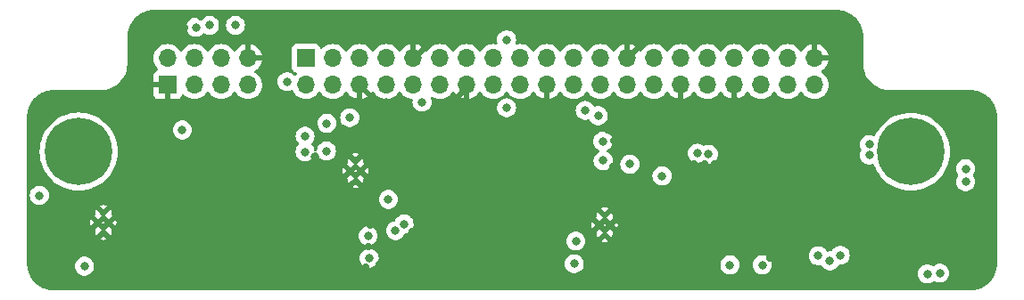
<source format=gbr>
%TF.GenerationSoftware,KiCad,Pcbnew,7.0.8*%
%TF.CreationDate,2024-02-10T17:45:33+01:00*%
%TF.ProjectId,HatV4,48617456-342e-46b6-9963-61645f706362,V2*%
%TF.SameCoordinates,Original*%
%TF.FileFunction,Copper,L2,Inr*%
%TF.FilePolarity,Positive*%
%FSLAX46Y46*%
G04 Gerber Fmt 4.6, Leading zero omitted, Abs format (unit mm)*
G04 Created by KiCad (PCBNEW 7.0.8) date 2024-02-10 17:45:33*
%MOMM*%
%LPD*%
G01*
G04 APERTURE LIST*
%TA.AperFunction,ComponentPad*%
%ADD10R,1.700000X1.700000*%
%TD*%
%TA.AperFunction,ComponentPad*%
%ADD11O,1.700000X1.700000*%
%TD*%
%TA.AperFunction,ComponentPad*%
%ADD12C,0.500000*%
%TD*%
%TA.AperFunction,ComponentPad*%
%ADD13C,0.800000*%
%TD*%
%TA.AperFunction,ComponentPad*%
%ADD14C,6.400000*%
%TD*%
%TA.AperFunction,ViaPad*%
%ADD15C,0.800000*%
%TD*%
%TA.AperFunction,ViaPad*%
%ADD16C,0.700000*%
%TD*%
%TA.AperFunction,Conductor*%
%ADD17C,0.500000*%
%TD*%
G04 APERTURE END LIST*
D10*
%TO.N,+3V3*%
%TO.C,J5*%
X126970438Y-95045962D03*
D11*
%TO.N,+5V*%
X126970438Y-97585962D03*
%TO.N,/I2C_GP5_DAT*%
X129510438Y-95045962D03*
%TO.N,+5V*%
X129510438Y-97585962D03*
%TO.N,/I2C_GP5_CLK*%
X132050438Y-95045962D03*
%TO.N,GND*%
X132050438Y-97585962D03*
%TO.N,/MCLK05*%
X134590438Y-95045962D03*
%TO.N,/UART1_TX*%
X134590438Y-97585962D03*
%TO.N,GND*%
X137130438Y-95045962D03*
%TO.N,/UART1_RX*%
X137130438Y-97585962D03*
%TO.N,/UART1_RTS*%
X139670438Y-95045962D03*
%TO.N,/I2S2_CLK*%
X139670438Y-97585962D03*
%TO.N,/PWM01*%
X142210438Y-95045962D03*
%TO.N,GND*%
X142210438Y-97585962D03*
%TO.N,/GPIO27_PWM2*%
X144750438Y-95045962D03*
%TO.N,/GPIO8_AO_DMIC_IN_DAT*%
X144750438Y-97585962D03*
%TO.N,+3V3*%
X147290438Y-95045962D03*
%TO.N,/GPIO35_PWM3*%
X147290438Y-97585962D03*
%TO.N,/SPI1_MOSI*%
X149830438Y-95045962D03*
%TO.N,GND*%
X149830438Y-97585962D03*
%TO.N,/SPI1_MISO*%
X152370438Y-95045962D03*
%TO.N,/GPIO17_40HEADER*%
X152370438Y-97585962D03*
%TO.N,/SPI1_SCK*%
X154910438Y-95045962D03*
%TO.N,/SPI1_CS0*%
X154910438Y-97585962D03*
%TO.N,GND*%
X157450438Y-95045962D03*
%TO.N,/SPI1_CS1*%
X157450438Y-97585962D03*
%TO.N,/I2C_GP2_DAT*%
X159990438Y-95045962D03*
%TO.N,/I2C_GP2_CLK*%
X159990438Y-97585962D03*
%TO.N,/CAN0_DIN*%
X162530438Y-95045962D03*
%TO.N,GND*%
X162530438Y-97585962D03*
%TO.N,/CAN0_DOUT*%
X165070438Y-95045962D03*
%TO.N,/GPIO9_CAN1_GPIO0_DMIC_CLK*%
X165070438Y-97585962D03*
%TO.N,/CAN1_DOUT*%
X167610438Y-95045962D03*
%TO.N,GND*%
X167610438Y-97585962D03*
%TO.N,/I2S_FS*%
X170150438Y-95045962D03*
%TO.N,/UART1_CTS*%
X170150438Y-97585962D03*
%TO.N,/CAN1_DIN*%
X172690438Y-95045962D03*
%TO.N,/I2S_SDIN*%
X172690438Y-97585962D03*
%TO.N,GND*%
X175230438Y-95045962D03*
%TO.N,/I2S_SDOUT*%
X175230438Y-97585962D03*
%TD*%
D12*
%TO.N,GND*%
%TO.C,U1*%
X107226422Y-110681222D03*
X107726422Y-109781222D03*
X107726422Y-111581222D03*
X108226422Y-110681222D03*
%TD*%
%TO.N,GND*%
%TO.C,U7*%
X154803978Y-110903578D03*
X155303978Y-110003578D03*
X155303978Y-111803578D03*
X155803978Y-110903578D03*
%TD*%
D13*
%TO.N,N/C*%
%TO.C,H1*%
X102980438Y-103923800D03*
X103683382Y-102226744D03*
X103683382Y-105620856D03*
X105380438Y-101523800D03*
D14*
X105380438Y-103923800D03*
D13*
X105380438Y-106323800D03*
X107077494Y-102226744D03*
X107077494Y-105620856D03*
X107780438Y-103923800D03*
%TD*%
D12*
%TO.N,GND*%
%TO.C,U3*%
X131160022Y-105755022D03*
X131660022Y-104855022D03*
X131660022Y-106655022D03*
X132160022Y-105755022D03*
%TD*%
D13*
%TO.N,N/C*%
%TO.C,H2*%
X181979438Y-103935962D03*
X182682382Y-102238906D03*
X182682382Y-105633018D03*
X184379438Y-101535962D03*
D14*
X184379438Y-103935962D03*
D13*
X184379438Y-106335962D03*
X186076494Y-102238906D03*
X186076494Y-105633018D03*
X186779438Y-103935962D03*
%TD*%
D10*
%TO.N,GND*%
%TO.C,J6*%
X113818238Y-97585962D03*
D11*
%TO.N,/I2C_GP5_DAT*%
X113818238Y-95045962D03*
%TO.N,/I2C_GP5_CLK*%
X116358238Y-97585962D03*
%TO.N,/PWM01*%
X116358238Y-95045962D03*
%TO.N,/GPIO27_PWM2*%
X118898238Y-97585962D03*
%TO.N,/GPIO35_PWM3*%
X118898238Y-95045962D03*
%TO.N,/GPIO8_AO_DMIC_IN_DAT*%
X121438238Y-97585962D03*
%TO.N,GND*%
X121438238Y-95045962D03*
%TD*%
D15*
%TO.N,+5V*%
X134772400Y-108483400D03*
X152425400Y-114597500D03*
X105943400Y-114833400D03*
D16*
%TO.N,GND*%
X143408400Y-107975400D03*
X118135400Y-105435400D03*
D15*
X127787400Y-104419400D03*
X109067600Y-99085400D03*
D16*
X132918200Y-112953800D03*
X162204400Y-107213400D03*
X139217400Y-99212400D03*
D15*
X157361254Y-114597500D03*
D16*
X161696400Y-108483400D03*
X162712400Y-113817400D03*
X115216227Y-105204266D03*
X166014400Y-114579400D03*
X134391400Y-107213400D03*
X116484400Y-105054400D03*
D15*
X165919831Y-110928831D03*
X147828000Y-101295200D03*
D16*
X180746400Y-105562400D03*
X176682400Y-101879400D03*
X121691400Y-111658400D03*
D15*
X149453600Y-100076000D03*
D16*
X178460400Y-101752400D03*
X166522400Y-109499400D03*
X177876200Y-109194600D03*
D15*
X111048800Y-97561400D03*
D16*
X102641400Y-107340400D03*
X166014400Y-108229400D03*
D15*
X171297600Y-99364800D03*
D16*
X167792400Y-109753400D03*
X132609926Y-114943815D03*
X151282400Y-100355400D03*
X143408400Y-101879400D03*
X127406400Y-114579400D03*
X115468400Y-92100400D03*
X127787400Y-101625400D03*
X124485400Y-113563400D03*
D15*
X191465200Y-103124000D03*
D16*
X123977400Y-105308400D03*
X130581400Y-110896400D03*
X175158400Y-102006400D03*
D15*
X189128400Y-115595400D03*
D16*
X152171400Y-106959400D03*
X150901400Y-102768400D03*
D15*
X149656800Y-113741200D03*
X140995400Y-99085400D03*
D16*
X139344400Y-102895400D03*
X147599400Y-103327200D03*
X176555400Y-106959400D03*
X119024400Y-91973400D03*
X169062400Y-111564900D03*
X172059600Y-108381800D03*
X134137400Y-111658400D03*
X120929400Y-107848400D03*
X170332400Y-111277400D03*
X153822400Y-114579400D03*
D15*
X172643800Y-100761800D03*
D16*
X179019200Y-110159800D03*
X113817400Y-108483400D03*
D15*
X142265400Y-110693200D03*
D16*
X137058400Y-111531400D03*
X125247400Y-105130600D03*
D15*
X158724600Y-93827600D03*
X144297400Y-109829600D03*
D16*
X137820400Y-103403400D03*
X177571400Y-105816400D03*
X173634400Y-102641400D03*
X173507400Y-111734600D03*
X142392400Y-109245400D03*
D15*
X191592200Y-105918000D03*
D16*
X118643400Y-108229400D03*
X146329400Y-107848400D03*
D15*
X177190400Y-100279200D03*
D16*
X129007814Y-107290522D03*
X176733200Y-108356400D03*
X126644400Y-105156000D03*
X166903400Y-105867200D03*
D15*
X148082000Y-113665000D03*
X112623600Y-100660200D03*
D16*
X131216400Y-114960400D03*
D15*
X110896400Y-95046800D03*
X168402000Y-104980878D03*
D16*
X119659400Y-109245400D03*
X152425400Y-102006400D03*
X148818600Y-105181400D03*
D15*
X177571400Y-103809800D03*
D16*
X166014400Y-113055400D03*
X165735000Y-105130600D03*
X144551400Y-99720400D03*
X116738400Y-113817400D03*
X188112400Y-116484400D03*
X174396400Y-104927400D03*
D15*
X113233200Y-92100400D03*
D16*
X154965400Y-106070400D03*
D15*
X147980400Y-110388400D03*
D16*
X156108400Y-105308400D03*
X125852822Y-111781222D03*
D15*
X106832400Y-98882200D03*
X101955600Y-99517200D03*
D16*
X176682400Y-110159800D03*
D15*
X174955200Y-100304600D03*
D16*
X167284400Y-111564900D03*
X160934400Y-109499400D03*
X133934200Y-114681000D03*
X147726400Y-108610400D03*
X156210000Y-103911400D03*
X164236400Y-114071400D03*
X170332400Y-107721400D03*
X131851400Y-111277400D03*
X122580400Y-105816400D03*
X119786400Y-106070400D03*
X177850800Y-111150400D03*
X178993800Y-112064800D03*
X113944400Y-112547400D03*
D15*
X149885400Y-101371400D03*
X190627000Y-114020600D03*
D16*
X121183400Y-106070400D03*
X138074400Y-108483400D03*
D15*
X140868400Y-113563400D03*
D16*
X123977400Y-108483400D03*
X168376600Y-105867200D03*
X136804400Y-107340400D03*
X118389400Y-113182400D03*
X163830000Y-105079800D03*
X164795200Y-105054400D03*
D15*
X144297400Y-111252000D03*
D16*
X176733200Y-112090200D03*
D15*
X104317800Y-98882200D03*
D16*
X171602400Y-110261400D03*
X172618400Y-104927400D03*
X116006543Y-101020543D03*
D15*
X183921400Y-113868200D03*
D16*
X122961400Y-109753400D03*
X151841200Y-108254800D03*
X141884400Y-101625400D03*
X180238400Y-101879400D03*
X179222400Y-105841800D03*
X129692400Y-100228400D03*
X121183400Y-109753400D03*
X153466800Y-106045000D03*
X156210000Y-102920800D03*
X122453400Y-107975400D03*
D15*
X149656800Y-112369600D03*
D16*
X155600400Y-101868500D03*
D15*
X156108400Y-106451400D03*
D16*
X126009400Y-114020600D03*
X123342400Y-112547400D03*
X170332400Y-105562400D03*
D15*
X148132800Y-112318800D03*
X110667800Y-100634800D03*
X104038400Y-113131600D03*
D16*
X138709400Y-110261400D03*
X115087400Y-113563400D03*
X116992400Y-91084400D03*
D15*
X140614400Y-112039400D03*
D16*
X169062400Y-108737400D03*
D15*
X111074200Y-92532200D03*
D16*
X154076400Y-101904800D03*
D15*
X188899800Y-99466400D03*
X134594600Y-99212400D03*
X138328400Y-93980000D03*
D16*
X124358400Y-110388400D03*
X161327478Y-112807587D03*
X170967400Y-114071400D03*
X187528200Y-109423200D03*
X144932400Y-107873800D03*
X114706400Y-106959400D03*
X179019200Y-108356400D03*
X119913400Y-111785400D03*
D15*
X146253200Y-109778800D03*
D16*
X118516400Y-110722222D03*
X129438400Y-110007400D03*
D15*
X165023800Y-101727000D03*
D16*
X149123400Y-102819200D03*
X133045200Y-110947200D03*
D15*
X146202400Y-111226600D03*
D16*
X112445800Y-109042200D03*
X162280600Y-105892600D03*
X129235200Y-114960400D03*
X129591822Y-108737400D03*
X171856400Y-102768400D03*
X140868400Y-102895400D03*
D15*
X142773400Y-105816400D03*
%TO.N,+3V3*%
X185929396Y-115571396D03*
X189585600Y-105562400D03*
X152577800Y-112445800D03*
X157708600Y-105130600D03*
X175590200Y-113842800D03*
X189585600Y-106807000D03*
X128905000Y-103880700D03*
X128930400Y-101244400D03*
X187121800Y-115493800D03*
%TO.N,/UART1_TX*%
X137972800Y-99237800D03*
X136271000Y-110820200D03*
%TO.N,/UART1_RX*%
X135458200Y-111455200D03*
%TO.N,/PWM01*%
X116509800Y-92100400D03*
%TO.N,/GPIO27_PWM2*%
X117805200Y-91926500D03*
%TO.N,/GPIO8_AO_DMIC_IN_DAT*%
X125171200Y-97282000D03*
%TO.N,/GPIO35_PWM3*%
X120272110Y-91926500D03*
%TO.N,/SPI1_MISO*%
X153466800Y-100025200D03*
%TO.N,/GPIO17_40HEADER*%
X165160393Y-104177936D03*
%TO.N,/SPI1_CS0*%
X154711400Y-100519500D03*
%TO.N,/CAN0_DIN*%
X145999200Y-99771200D03*
X101650800Y-108102400D03*
X115229452Y-101869052D03*
%TO.N,/CAN0_DOUT*%
X131114800Y-100711000D03*
X126873000Y-103962200D03*
X126873000Y-102463600D03*
X145999200Y-93299900D03*
%TO.N,/CAN1_DIN*%
X170267867Y-114713436D03*
X167193051Y-114713480D03*
%TO.N,/RS232 to UART/RIN1*%
X177673000Y-113792000D03*
%TO.N,/RS232 to UART/DOUT1*%
X176682400Y-114325400D03*
%TO.N,/CAN BUS SPI/CHS-*%
X180448393Y-104271185D03*
%TO.N,/CAN BUS SPI/CHS+*%
X180448393Y-103271185D03*
%TO.N,/CAN BUS SPI/RDX_SPI*%
X160756600Y-106248200D03*
X164109400Y-104089200D03*
%TO.N,/CAN BUS 0/CH0+*%
X132856422Y-111952222D03*
%TO.N,/CAN BUS 0/CH0-*%
X132958022Y-114060422D03*
%TO.N,/CAN BUS 1/CH1+*%
X155143200Y-102946200D03*
%TO.N,/CAN BUS 1/CH1-*%
X155168600Y-104795700D03*
%TD*%
D17*
%TO.N,GND*%
X137130438Y-95045962D02*
X137262438Y-95045962D01*
X132050438Y-97585962D02*
X133676876Y-99212400D01*
X168173400Y-99364800D02*
X171297600Y-99364800D01*
X149830438Y-97585962D02*
X149830438Y-99699162D01*
X157506238Y-95045962D02*
X158724600Y-93827600D01*
X167610438Y-97585962D02*
X167610438Y-98801838D01*
X167970200Y-99161600D02*
X168173400Y-99364800D01*
X157450438Y-95045962D02*
X157506238Y-95045962D01*
X167610438Y-98801838D02*
X167970200Y-99161600D01*
X149830438Y-99699162D02*
X149453600Y-100076000D01*
X142210438Y-97585962D02*
X142210438Y-97870362D01*
X133676876Y-99212400D02*
X134594600Y-99212400D01*
X142210438Y-97870362D02*
X140995400Y-99085400D01*
X137262438Y-95045962D02*
X138328400Y-93980000D01*
%TD*%
%TA.AperFunction,Conductor*%
%TO.N,GND*%
G36*
X177319137Y-90449998D02*
G01*
X177352441Y-90451867D01*
X177433003Y-90456392D01*
X177605091Y-90466801D01*
X177611697Y-90467560D01*
X177683307Y-90479727D01*
X177747743Y-90490677D01*
X177840862Y-90507740D01*
X177896627Y-90517960D01*
X177902598Y-90519363D01*
X178039432Y-90558784D01*
X178180250Y-90602665D01*
X178185492Y-90604564D01*
X178318820Y-90659791D01*
X178452009Y-90719734D01*
X178456547Y-90722005D01*
X178529621Y-90762391D01*
X178583822Y-90792347D01*
X178583839Y-90792356D01*
X178708335Y-90867617D01*
X178712139Y-90870111D01*
X178830126Y-90953827D01*
X178832472Y-90955576D01*
X178922361Y-91026000D01*
X178945732Y-91044310D01*
X178948809Y-91046886D01*
X179056830Y-91143418D01*
X179059357Y-91145808D01*
X179160990Y-91247441D01*
X179163380Y-91249968D01*
X179259912Y-91357989D01*
X179262488Y-91361066D01*
X179351211Y-91474312D01*
X179352971Y-91476672D01*
X179436687Y-91594659D01*
X179439181Y-91598463D01*
X179514443Y-91722960D01*
X179584793Y-91850251D01*
X179587068Y-91854798D01*
X179647009Y-91987981D01*
X179702231Y-92121299D01*
X179704144Y-92126583D01*
X179727033Y-92200034D01*
X179748031Y-92267421D01*
X179787432Y-92404190D01*
X179788840Y-92410181D01*
X179816122Y-92559056D01*
X179839235Y-92695083D01*
X179839999Y-92701730D01*
X179850412Y-92873875D01*
X179856802Y-92987663D01*
X179856900Y-92991141D01*
X179856900Y-95672077D01*
X179888845Y-95955605D01*
X179888847Y-95955617D01*
X179888848Y-95955620D01*
X179899764Y-96003445D01*
X179952342Y-96233808D01*
X179952346Y-96233820D01*
X180046583Y-96503132D01*
X180046592Y-96503154D01*
X180170387Y-96760218D01*
X180170391Y-96760224D01*
X180322203Y-97001831D01*
X180500111Y-97224921D01*
X180701879Y-97426689D01*
X180924969Y-97604597D01*
X181044425Y-97679656D01*
X181166581Y-97756412D01*
X181423645Y-97880207D01*
X181423654Y-97880210D01*
X181423661Y-97880214D01*
X181423667Y-97880216D01*
X181692979Y-97974453D01*
X181692991Y-97974457D01*
X181971180Y-98037952D01*
X181971189Y-98037953D01*
X181971194Y-98037954D01*
X182149059Y-98057994D01*
X182254723Y-98069899D01*
X182254726Y-98069900D01*
X182254729Y-98069900D01*
X182397301Y-98069900D01*
X190015660Y-98069900D01*
X190019137Y-98069998D01*
X190052441Y-98071867D01*
X190133003Y-98076392D01*
X190305091Y-98086801D01*
X190311697Y-98087560D01*
X190383307Y-98099727D01*
X190447743Y-98110677D01*
X190540862Y-98127740D01*
X190596627Y-98137960D01*
X190602598Y-98139363D01*
X190739432Y-98178784D01*
X190880250Y-98222665D01*
X190885492Y-98224564D01*
X191018820Y-98279791D01*
X191152009Y-98339734D01*
X191156547Y-98342005D01*
X191210152Y-98371631D01*
X191283822Y-98412347D01*
X191283839Y-98412356D01*
X191408335Y-98487617D01*
X191412138Y-98490110D01*
X191429096Y-98502143D01*
X191530126Y-98573827D01*
X191532472Y-98575576D01*
X191594366Y-98624067D01*
X191645732Y-98664310D01*
X191648809Y-98666886D01*
X191756830Y-98763418D01*
X191759357Y-98765808D01*
X191860990Y-98867441D01*
X191863380Y-98869968D01*
X191959912Y-98977989D01*
X191962488Y-98981066D01*
X192051211Y-99094312D01*
X192052971Y-99096672D01*
X192136687Y-99214659D01*
X192139181Y-99218463D01*
X192214443Y-99342960D01*
X192284793Y-99470251D01*
X192287068Y-99474798D01*
X192347009Y-99607981D01*
X192402231Y-99741299D01*
X192404144Y-99746583D01*
X192424062Y-99810500D01*
X192448031Y-99887421D01*
X192487432Y-100024190D01*
X192488840Y-100030181D01*
X192516122Y-100179056D01*
X192539235Y-100315083D01*
X192539999Y-100321730D01*
X192550412Y-100493875D01*
X192556802Y-100607663D01*
X192556900Y-100611141D01*
X192556900Y-114577658D01*
X192556802Y-114581136D01*
X192550412Y-114694924D01*
X192539999Y-114867068D01*
X192539235Y-114873715D01*
X192516122Y-115009743D01*
X192488840Y-115158617D01*
X192487432Y-115164608D01*
X192448025Y-115301401D01*
X192404144Y-115442215D01*
X192402231Y-115447499D01*
X192347009Y-115580818D01*
X192287068Y-115714000D01*
X192284794Y-115718547D01*
X192214443Y-115845839D01*
X192139181Y-115970336D01*
X192136687Y-115974139D01*
X192052971Y-116092126D01*
X192051211Y-116094486D01*
X191962488Y-116207732D01*
X191959912Y-116210809D01*
X191863380Y-116318830D01*
X191860990Y-116321357D01*
X191759357Y-116422990D01*
X191756830Y-116425380D01*
X191648809Y-116521912D01*
X191645732Y-116524488D01*
X191532486Y-116613211D01*
X191530126Y-116614971D01*
X191412139Y-116698687D01*
X191408336Y-116701181D01*
X191283839Y-116776443D01*
X191156547Y-116846794D01*
X191152000Y-116849068D01*
X191018818Y-116909009D01*
X190885499Y-116964231D01*
X190880215Y-116966144D01*
X190762631Y-117002785D01*
X190739390Y-117010027D01*
X190602608Y-117049432D01*
X190596617Y-117050840D01*
X190447743Y-117078122D01*
X190311715Y-117101235D01*
X190305068Y-117101999D01*
X190132924Y-117112412D01*
X190019136Y-117118802D01*
X190015658Y-117118900D01*
X103024142Y-117118900D01*
X103020665Y-117118802D01*
X102906875Y-117112412D01*
X102734730Y-117101999D01*
X102728083Y-117101235D01*
X102592056Y-117078122D01*
X102443181Y-117050840D01*
X102437190Y-117049432D01*
X102300421Y-117010031D01*
X102233034Y-116989033D01*
X102159583Y-116966144D01*
X102154299Y-116964231D01*
X102020981Y-116909009D01*
X101887798Y-116849068D01*
X101883251Y-116846793D01*
X101755960Y-116776443D01*
X101631463Y-116701181D01*
X101627659Y-116698687D01*
X101509672Y-116614971D01*
X101507312Y-116613211D01*
X101394066Y-116524488D01*
X101390989Y-116521912D01*
X101282968Y-116425380D01*
X101280441Y-116422990D01*
X101178808Y-116321357D01*
X101176418Y-116318830D01*
X101079886Y-116210809D01*
X101077310Y-116207732D01*
X101045154Y-116166688D01*
X100988576Y-116094472D01*
X100986827Y-116092126D01*
X100903111Y-115974139D01*
X100900617Y-115970335D01*
X100825356Y-115845839D01*
X100755005Y-115718547D01*
X100752730Y-115714000D01*
X100692790Y-115580818D01*
X100637564Y-115447492D01*
X100635665Y-115442250D01*
X100591775Y-115301401D01*
X100552363Y-115164598D01*
X100550960Y-115158627D01*
X100536873Y-115081757D01*
X100523677Y-115009743D01*
X100508694Y-114921566D01*
X100500560Y-114873697D01*
X100499801Y-114867091D01*
X100497763Y-114833400D01*
X105037940Y-114833400D01*
X105057726Y-115021656D01*
X105057727Y-115021659D01*
X105116218Y-115201677D01*
X105116221Y-115201684D01*
X105210867Y-115365616D01*
X105329734Y-115497631D01*
X105337529Y-115506288D01*
X105490665Y-115617548D01*
X105490670Y-115617551D01*
X105663592Y-115694542D01*
X105663597Y-115694544D01*
X105848754Y-115733900D01*
X105848755Y-115733900D01*
X106038044Y-115733900D01*
X106038046Y-115733900D01*
X106223203Y-115694544D01*
X106396130Y-115617551D01*
X106549271Y-115506288D01*
X106675933Y-115365616D01*
X106770579Y-115201684D01*
X106829074Y-115021656D01*
X106848860Y-114833400D01*
X106829074Y-114645144D01*
X106770579Y-114465116D01*
X106675933Y-114301184D01*
X106549271Y-114160512D01*
X106549270Y-114160511D01*
X106411510Y-114060422D01*
X132052562Y-114060422D01*
X132072348Y-114248678D01*
X132072349Y-114248681D01*
X132130840Y-114428699D01*
X132130843Y-114428706D01*
X132225489Y-114592638D01*
X132331390Y-114710253D01*
X132352151Y-114733310D01*
X132505287Y-114844570D01*
X132505292Y-114844573D01*
X132678214Y-114921564D01*
X132678219Y-114921566D01*
X132863376Y-114960922D01*
X132863377Y-114960922D01*
X133052666Y-114960922D01*
X133052668Y-114960922D01*
X133237825Y-114921566D01*
X133410752Y-114844573D01*
X133563893Y-114733310D01*
X133686177Y-114597500D01*
X151519940Y-114597500D01*
X151539726Y-114785756D01*
X151540210Y-114787245D01*
X151598218Y-114965777D01*
X151598221Y-114965784D01*
X151692867Y-115129716D01*
X151758959Y-115203118D01*
X151819529Y-115270388D01*
X151972665Y-115381648D01*
X151972670Y-115381651D01*
X152145592Y-115458642D01*
X152145597Y-115458644D01*
X152330754Y-115498000D01*
X152330755Y-115498000D01*
X152520044Y-115498000D01*
X152520046Y-115498000D01*
X152705203Y-115458644D01*
X152878130Y-115381651D01*
X153031271Y-115270388D01*
X153157933Y-115129716D01*
X153252579Y-114965784D01*
X153311074Y-114785756D01*
X153318670Y-114713480D01*
X166287591Y-114713480D01*
X166307377Y-114901736D01*
X166307378Y-114901739D01*
X166365869Y-115081757D01*
X166365872Y-115081764D01*
X166460518Y-115245696D01*
X166587140Y-115386324D01*
X166587180Y-115386368D01*
X166740316Y-115497628D01*
X166740321Y-115497631D01*
X166913243Y-115574622D01*
X166913248Y-115574624D01*
X167098405Y-115613980D01*
X167098406Y-115613980D01*
X167287695Y-115613980D01*
X167287697Y-115613980D01*
X167472854Y-115574624D01*
X167645781Y-115497631D01*
X167798922Y-115386368D01*
X167925584Y-115245696D01*
X168020230Y-115081764D01*
X168078725Y-114901736D01*
X168098511Y-114713480D01*
X168098506Y-114713436D01*
X169362407Y-114713436D01*
X169382193Y-114901692D01*
X169382194Y-114901695D01*
X169440685Y-115081713D01*
X169440688Y-115081720D01*
X169535334Y-115245652D01*
X169643349Y-115365614D01*
X169661996Y-115386324D01*
X169815132Y-115497584D01*
X169815137Y-115497587D01*
X169988059Y-115574578D01*
X169988064Y-115574580D01*
X170173221Y-115613936D01*
X170173222Y-115613936D01*
X170362511Y-115613936D01*
X170362513Y-115613936D01*
X170547670Y-115574580D01*
X170554821Y-115571396D01*
X185023936Y-115571396D01*
X185043722Y-115759652D01*
X185043723Y-115759655D01*
X185102214Y-115939673D01*
X185102217Y-115939680D01*
X185196863Y-116103612D01*
X185293384Y-116210809D01*
X185323525Y-116244284D01*
X185476661Y-116355544D01*
X185476666Y-116355547D01*
X185649588Y-116432538D01*
X185649593Y-116432540D01*
X185834750Y-116471896D01*
X185834751Y-116471896D01*
X186024040Y-116471896D01*
X186024042Y-116471896D01*
X186209199Y-116432540D01*
X186382126Y-116355547D01*
X186506115Y-116265463D01*
X186571919Y-116241985D01*
X186639972Y-116257810D01*
X186651882Y-116265464D01*
X186669066Y-116277948D01*
X186669070Y-116277951D01*
X186841992Y-116354942D01*
X186841997Y-116354944D01*
X187027154Y-116394300D01*
X187027155Y-116394300D01*
X187216444Y-116394300D01*
X187216446Y-116394300D01*
X187401603Y-116354944D01*
X187574530Y-116277951D01*
X187727671Y-116166688D01*
X187854333Y-116026016D01*
X187948979Y-115862084D01*
X188007474Y-115682056D01*
X188027260Y-115493800D01*
X188007474Y-115305544D01*
X187948979Y-115125516D01*
X187854333Y-114961584D01*
X187727671Y-114820912D01*
X187727670Y-114820911D01*
X187574534Y-114709651D01*
X187574529Y-114709648D01*
X187401607Y-114632657D01*
X187401602Y-114632655D01*
X187255801Y-114601665D01*
X187216446Y-114593300D01*
X187027154Y-114593300D01*
X186994697Y-114600198D01*
X186841997Y-114632655D01*
X186841992Y-114632657D01*
X186669070Y-114709648D01*
X186669066Y-114709650D01*
X186545080Y-114799731D01*
X186479274Y-114823210D01*
X186411220Y-114807384D01*
X186399311Y-114799730D01*
X186382130Y-114787247D01*
X186382125Y-114787244D01*
X186209203Y-114710253D01*
X186209198Y-114710251D01*
X186061708Y-114678902D01*
X186024042Y-114670896D01*
X185834750Y-114670896D01*
X185802293Y-114677794D01*
X185649593Y-114710251D01*
X185649588Y-114710253D01*
X185476666Y-114787244D01*
X185476661Y-114787247D01*
X185323525Y-114898507D01*
X185196862Y-115039181D01*
X185102217Y-115203111D01*
X185102214Y-115203118D01*
X185044206Y-115381651D01*
X185043722Y-115383140D01*
X185023936Y-115571396D01*
X170554821Y-115571396D01*
X170720597Y-115497587D01*
X170873738Y-115386324D01*
X171000400Y-115245652D01*
X171095046Y-115081720D01*
X171153541Y-114901692D01*
X171173327Y-114713436D01*
X171153541Y-114525180D01*
X171095046Y-114345152D01*
X171000400Y-114181220D01*
X170873738Y-114040548D01*
X170873737Y-114040547D01*
X170720601Y-113929287D01*
X170720596Y-113929284D01*
X170547674Y-113852293D01*
X170547669Y-113852291D01*
X170503016Y-113842800D01*
X174684740Y-113842800D01*
X174704526Y-114031056D01*
X174704527Y-114031059D01*
X174763018Y-114211077D01*
X174763021Y-114211084D01*
X174857667Y-114375016D01*
X174938793Y-114465115D01*
X174984329Y-114515688D01*
X175137465Y-114626948D01*
X175137470Y-114626951D01*
X175310392Y-114703942D01*
X175310397Y-114703944D01*
X175495554Y-114743300D01*
X175495555Y-114743300D01*
X175684844Y-114743300D01*
X175684846Y-114743300D01*
X175773992Y-114724351D01*
X175843655Y-114729666D01*
X175899389Y-114771803D01*
X175907157Y-114783641D01*
X175949866Y-114857614D01*
X175949865Y-114857614D01*
X176076529Y-114998288D01*
X176229665Y-115109548D01*
X176229670Y-115109551D01*
X176402592Y-115186542D01*
X176402597Y-115186544D01*
X176587754Y-115225900D01*
X176587755Y-115225900D01*
X176777044Y-115225900D01*
X176777046Y-115225900D01*
X176962203Y-115186544D01*
X177135130Y-115109551D01*
X177288271Y-114998288D01*
X177414933Y-114857616D01*
X177474467Y-114754500D01*
X177525034Y-114706285D01*
X177581854Y-114692500D01*
X177767644Y-114692500D01*
X177767646Y-114692500D01*
X177952803Y-114653144D01*
X178125730Y-114576151D01*
X178278871Y-114464888D01*
X178405533Y-114324216D01*
X178500179Y-114160284D01*
X178558674Y-113980256D01*
X178578460Y-113792000D01*
X178558674Y-113603744D01*
X178500179Y-113423716D01*
X178405533Y-113259784D01*
X178278871Y-113119112D01*
X178278870Y-113119111D01*
X178125734Y-113007851D01*
X178125729Y-113007848D01*
X177952807Y-112930857D01*
X177952802Y-112930855D01*
X177807001Y-112899865D01*
X177767646Y-112891500D01*
X177578354Y-112891500D01*
X177545897Y-112898398D01*
X177393197Y-112930855D01*
X177393192Y-112930857D01*
X177220270Y-113007848D01*
X177220265Y-113007851D01*
X177067129Y-113119111D01*
X176940466Y-113259785D01*
X176880933Y-113362900D01*
X176830366Y-113411115D01*
X176773546Y-113424900D01*
X176587749Y-113424900D01*
X176498608Y-113443847D01*
X176428941Y-113438531D01*
X176373208Y-113396394D01*
X176365447Y-113384566D01*
X176322733Y-113310584D01*
X176196071Y-113169912D01*
X176126151Y-113119112D01*
X176042934Y-113058651D01*
X176042929Y-113058648D01*
X175870007Y-112981657D01*
X175870002Y-112981655D01*
X175724201Y-112950665D01*
X175684846Y-112942300D01*
X175495554Y-112942300D01*
X175463097Y-112949198D01*
X175310397Y-112981655D01*
X175310392Y-112981657D01*
X175137470Y-113058648D01*
X175137465Y-113058651D01*
X174984329Y-113169911D01*
X174857666Y-113310585D01*
X174763021Y-113474515D01*
X174763018Y-113474522D01*
X174721033Y-113603740D01*
X174704526Y-113654544D01*
X174684740Y-113842800D01*
X170503016Y-113842800D01*
X170401868Y-113821301D01*
X170362513Y-113812936D01*
X170173221Y-113812936D01*
X170140764Y-113819834D01*
X169988064Y-113852291D01*
X169988059Y-113852293D01*
X169815137Y-113929284D01*
X169815132Y-113929287D01*
X169661996Y-114040547D01*
X169535333Y-114181221D01*
X169440688Y-114345151D01*
X169440685Y-114345158D01*
X169413539Y-114428706D01*
X169382193Y-114525180D01*
X169362407Y-114713436D01*
X168098506Y-114713436D01*
X168078725Y-114525224D01*
X168020230Y-114345196D01*
X167925584Y-114181264D01*
X167798922Y-114040592D01*
X167798921Y-114040591D01*
X167645785Y-113929331D01*
X167645780Y-113929328D01*
X167472858Y-113852337D01*
X167472853Y-113852335D01*
X167327052Y-113821345D01*
X167287697Y-113812980D01*
X167098405Y-113812980D01*
X167065948Y-113819878D01*
X166913248Y-113852335D01*
X166913243Y-113852337D01*
X166740321Y-113929328D01*
X166740316Y-113929331D01*
X166587180Y-114040591D01*
X166460517Y-114181265D01*
X166365872Y-114345195D01*
X166365869Y-114345202D01*
X166307391Y-114525180D01*
X166307377Y-114525224D01*
X166287591Y-114713480D01*
X153318670Y-114713480D01*
X153330860Y-114597500D01*
X153311074Y-114409244D01*
X153252579Y-114229216D01*
X153157933Y-114065284D01*
X153031271Y-113924612D01*
X153031270Y-113924611D01*
X152878134Y-113813351D01*
X152878129Y-113813348D01*
X152705207Y-113736357D01*
X152705202Y-113736355D01*
X152559401Y-113705365D01*
X152520046Y-113697000D01*
X152330754Y-113697000D01*
X152298297Y-113703898D01*
X152145597Y-113736355D01*
X152145592Y-113736357D01*
X151972670Y-113813348D01*
X151972665Y-113813351D01*
X151819529Y-113924611D01*
X151692866Y-114065285D01*
X151598221Y-114229215D01*
X151598218Y-114229222D01*
X151550848Y-114375014D01*
X151539726Y-114409244D01*
X151519940Y-114597500D01*
X133686177Y-114597500D01*
X133690555Y-114592638D01*
X133785201Y-114428706D01*
X133843696Y-114248678D01*
X133863482Y-114060422D01*
X133843696Y-113872166D01*
X133785201Y-113692138D01*
X133690555Y-113528206D01*
X133563893Y-113387534D01*
X133563892Y-113387533D01*
X133410756Y-113276273D01*
X133410751Y-113276270D01*
X133237829Y-113199279D01*
X133237824Y-113199277D01*
X133092023Y-113168287D01*
X133052668Y-113159922D01*
X132863376Y-113159922D01*
X132830919Y-113166820D01*
X132678219Y-113199277D01*
X132678214Y-113199279D01*
X132505292Y-113276270D01*
X132505287Y-113276273D01*
X132352151Y-113387533D01*
X132225488Y-113528207D01*
X132130843Y-113692137D01*
X132130840Y-113692144D01*
X132072349Y-113872162D01*
X132072348Y-113872166D01*
X132052562Y-114060422D01*
X106411510Y-114060422D01*
X106396134Y-114049251D01*
X106396129Y-114049248D01*
X106223207Y-113972257D01*
X106223202Y-113972255D01*
X106077401Y-113941265D01*
X106038046Y-113932900D01*
X105848754Y-113932900D01*
X105816297Y-113939798D01*
X105663597Y-113972255D01*
X105663592Y-113972257D01*
X105490670Y-114049248D01*
X105490665Y-114049251D01*
X105337529Y-114160511D01*
X105210866Y-114301185D01*
X105116221Y-114465115D01*
X105116218Y-114465122D01*
X105061783Y-114632657D01*
X105057726Y-114645144D01*
X105037940Y-114833400D01*
X100497763Y-114833400D01*
X100489392Y-114695003D01*
X100485026Y-114617267D01*
X100482998Y-114581136D01*
X100482900Y-114577659D01*
X100482900Y-112261488D01*
X107399707Y-112261488D01*
X107558478Y-112317046D01*
X107726418Y-112335968D01*
X107726426Y-112335968D01*
X107894365Y-112317046D01*
X108053135Y-112261489D01*
X108053136Y-112261488D01*
X107743870Y-111952222D01*
X131950962Y-111952222D01*
X131970748Y-112140478D01*
X131970749Y-112140481D01*
X132029240Y-112320499D01*
X132029243Y-112320506D01*
X132123889Y-112484438D01*
X132250551Y-112625110D01*
X132403687Y-112736370D01*
X132403692Y-112736373D01*
X132576614Y-112813364D01*
X132576619Y-112813366D01*
X132761776Y-112852722D01*
X132761777Y-112852722D01*
X132951066Y-112852722D01*
X132951068Y-112852722D01*
X133136225Y-112813366D01*
X133309152Y-112736373D01*
X133462293Y-112625110D01*
X133588955Y-112484438D01*
X133611263Y-112445800D01*
X151672340Y-112445800D01*
X151692126Y-112634056D01*
X151692127Y-112634059D01*
X151750618Y-112814077D01*
X151750621Y-112814084D01*
X151845267Y-112978016D01*
X151971929Y-113118688D01*
X152125065Y-113229948D01*
X152125070Y-113229951D01*
X152297992Y-113306942D01*
X152297997Y-113306944D01*
X152483154Y-113346300D01*
X152483155Y-113346300D01*
X152672444Y-113346300D01*
X152672446Y-113346300D01*
X152857603Y-113306944D01*
X153030530Y-113229951D01*
X153183671Y-113118688D01*
X153310333Y-112978016D01*
X153404979Y-112814084D01*
X153463474Y-112634056D01*
X153479262Y-112483844D01*
X154977263Y-112483844D01*
X155136034Y-112539402D01*
X155303974Y-112558324D01*
X155303982Y-112558324D01*
X155471921Y-112539402D01*
X155630691Y-112483845D01*
X155630692Y-112483844D01*
X155303979Y-112157131D01*
X155303978Y-112157131D01*
X154977263Y-112483844D01*
X153479262Y-112483844D01*
X153483260Y-112445800D01*
X153463474Y-112257544D01*
X153404979Y-112077516D01*
X153310333Y-111913584D01*
X153183671Y-111772912D01*
X153171358Y-111763966D01*
X153030534Y-111661651D01*
X153030529Y-111661648D01*
X152857607Y-111584657D01*
X152857602Y-111584655D01*
X152853786Y-111583844D01*
X154477263Y-111583844D01*
X154477291Y-111583968D01*
X154533759Y-111624469D01*
X154559506Y-111689421D01*
X154559248Y-111714670D01*
X154549232Y-111803572D01*
X154549232Y-111803581D01*
X154568153Y-111971516D01*
X154568154Y-111971521D01*
X154623710Y-112130291D01*
X154917932Y-111836070D01*
X155203978Y-111836070D01*
X155242175Y-111888643D01*
X155288140Y-111903578D01*
X155319816Y-111903578D01*
X155365781Y-111888643D01*
X155403978Y-111836070D01*
X155403978Y-111771086D01*
X155365781Y-111718513D01*
X155319816Y-111703578D01*
X155288140Y-111703578D01*
X155242175Y-111718513D01*
X155203978Y-111771086D01*
X155203978Y-111836070D01*
X154917932Y-111836070D01*
X155150425Y-111603578D01*
X155457531Y-111603578D01*
X155984244Y-112130291D01*
X155984245Y-112130291D01*
X156039802Y-111971521D01*
X156058724Y-111803581D01*
X156058724Y-111803575D01*
X156048707Y-111714672D01*
X156060761Y-111645850D01*
X156108110Y-111594470D01*
X156130683Y-111583881D01*
X156130692Y-111583844D01*
X155803978Y-111257131D01*
X155457531Y-111603578D01*
X155150425Y-111603578D01*
X155150425Y-111603577D01*
X154803979Y-111257131D01*
X154803978Y-111257131D01*
X154477263Y-111583844D01*
X152853786Y-111583844D01*
X152711801Y-111553665D01*
X152672446Y-111545300D01*
X152483154Y-111545300D01*
X152467017Y-111548730D01*
X152297997Y-111584655D01*
X152297992Y-111584657D01*
X152125070Y-111661648D01*
X152125065Y-111661651D01*
X151971929Y-111772911D01*
X151845266Y-111913585D01*
X151750621Y-112077515D01*
X151750618Y-112077522D01*
X151730162Y-112140481D01*
X151692126Y-112257544D01*
X151672340Y-112445800D01*
X133611263Y-112445800D01*
X133683601Y-112320506D01*
X133742096Y-112140478D01*
X133761882Y-111952222D01*
X133742096Y-111763966D01*
X133683601Y-111583938D01*
X133609274Y-111455200D01*
X134552740Y-111455200D01*
X134572526Y-111643456D01*
X134572527Y-111643459D01*
X134631018Y-111823477D01*
X134631021Y-111823484D01*
X134725667Y-111987416D01*
X134806793Y-112077515D01*
X134852329Y-112128088D01*
X135005465Y-112239348D01*
X135005470Y-112239351D01*
X135178392Y-112316342D01*
X135178397Y-112316344D01*
X135363554Y-112355700D01*
X135363555Y-112355700D01*
X135552844Y-112355700D01*
X135552846Y-112355700D01*
X135738003Y-112316344D01*
X135910930Y-112239351D01*
X136064071Y-112128088D01*
X136190733Y-111987416D01*
X136285379Y-111823484D01*
X136293175Y-111799490D01*
X136332609Y-111741815D01*
X136385318Y-111716518D01*
X136550803Y-111681344D01*
X136550807Y-111681342D01*
X136550808Y-111681342D01*
X136635900Y-111643456D01*
X136723730Y-111604351D01*
X136876871Y-111493088D01*
X137003533Y-111352416D01*
X137098179Y-111188484D01*
X137156674Y-111008456D01*
X137167697Y-110903581D01*
X154049232Y-110903581D01*
X154068153Y-111071516D01*
X154068154Y-111071521D01*
X154123710Y-111230292D01*
X154417933Y-110936070D01*
X154703978Y-110936070D01*
X154742175Y-110988643D01*
X154788140Y-111003578D01*
X154819816Y-111003578D01*
X154865781Y-110988643D01*
X154903978Y-110936070D01*
X154903978Y-110903578D01*
X155157531Y-110903578D01*
X155303978Y-111050025D01*
X155417933Y-110936070D01*
X155703978Y-110936070D01*
X155742175Y-110988643D01*
X155788140Y-111003578D01*
X155819816Y-111003578D01*
X155865781Y-110988643D01*
X155903978Y-110936070D01*
X155903978Y-110903579D01*
X156157531Y-110903579D01*
X156484244Y-111230292D01*
X156484245Y-111230291D01*
X156539802Y-111071521D01*
X156558724Y-110903581D01*
X156558724Y-110903574D01*
X156539802Y-110735634D01*
X156484244Y-110576863D01*
X156157531Y-110903577D01*
X156157531Y-110903579D01*
X155903978Y-110903579D01*
X155903978Y-110871086D01*
X155865781Y-110818513D01*
X155819816Y-110803578D01*
X155788140Y-110803578D01*
X155742175Y-110818513D01*
X155703978Y-110871086D01*
X155703978Y-110936070D01*
X155417933Y-110936070D01*
X155450425Y-110903578D01*
X155303978Y-110757131D01*
X155157531Y-110903578D01*
X154903978Y-110903578D01*
X154903978Y-110871086D01*
X154865781Y-110818513D01*
X154819816Y-110803578D01*
X154788140Y-110803578D01*
X154742175Y-110818513D01*
X154703978Y-110871086D01*
X154703978Y-110936070D01*
X154417933Y-110936070D01*
X154450425Y-110903578D01*
X154123710Y-110576863D01*
X154068154Y-110735631D01*
X154068153Y-110735636D01*
X154049232Y-110903574D01*
X154049232Y-110903581D01*
X137167697Y-110903581D01*
X137176460Y-110820200D01*
X137156674Y-110631944D01*
X137098179Y-110451916D01*
X137003533Y-110287984D01*
X136945300Y-110223310D01*
X154477262Y-110223310D01*
X154803977Y-110550025D01*
X155150425Y-110203578D01*
X155457531Y-110203578D01*
X155803978Y-110550025D01*
X155803979Y-110550025D01*
X156130692Y-110223310D01*
X156130663Y-110223185D01*
X156074196Y-110182685D01*
X156048449Y-110117733D01*
X156048707Y-110092482D01*
X156058724Y-110003580D01*
X156058724Y-110003574D01*
X156039802Y-109835634D01*
X155984244Y-109676863D01*
X155457531Y-110203577D01*
X155457531Y-110203578D01*
X155150425Y-110203578D01*
X154982917Y-110036070D01*
X155203978Y-110036070D01*
X155242175Y-110088643D01*
X155288140Y-110103578D01*
X155319816Y-110103578D01*
X155365781Y-110088643D01*
X155403978Y-110036070D01*
X155403978Y-109971086D01*
X155365781Y-109918513D01*
X155319816Y-109903578D01*
X155288140Y-109903578D01*
X155242175Y-109918513D01*
X155203978Y-109971086D01*
X155203978Y-110036070D01*
X154982917Y-110036070D01*
X154623710Y-109676863D01*
X154568154Y-109835631D01*
X154568153Y-109835636D01*
X154549232Y-110003574D01*
X154549232Y-110003582D01*
X154559248Y-110092483D01*
X154547193Y-110161305D01*
X154499844Y-110212684D01*
X154477271Y-110223271D01*
X154477262Y-110223310D01*
X136945300Y-110223310D01*
X136876871Y-110147312D01*
X136836159Y-110117733D01*
X136723734Y-110036051D01*
X136723729Y-110036048D01*
X136550807Y-109959057D01*
X136550802Y-109959055D01*
X136405001Y-109928065D01*
X136365646Y-109919700D01*
X136176354Y-109919700D01*
X136143897Y-109926598D01*
X135991197Y-109959055D01*
X135991192Y-109959057D01*
X135818270Y-110036048D01*
X135818265Y-110036051D01*
X135665129Y-110147311D01*
X135538466Y-110287985D01*
X135443821Y-110451915D01*
X135443819Y-110451919D01*
X135436024Y-110475912D01*
X135396586Y-110533587D01*
X135343874Y-110558883D01*
X135178397Y-110594055D01*
X135178392Y-110594057D01*
X135005470Y-110671048D01*
X135005465Y-110671051D01*
X134852329Y-110782311D01*
X134725666Y-110922985D01*
X134631021Y-111086915D01*
X134631018Y-111086922D01*
X134598019Y-111188484D01*
X134572526Y-111266944D01*
X134552740Y-111455200D01*
X133609274Y-111455200D01*
X133588955Y-111420006D01*
X133462293Y-111279334D01*
X133445240Y-111266944D01*
X133309156Y-111168073D01*
X133309151Y-111168070D01*
X133136229Y-111091079D01*
X133136224Y-111091077D01*
X132990423Y-111060087D01*
X132951068Y-111051722D01*
X132761776Y-111051722D01*
X132729319Y-111058620D01*
X132576619Y-111091077D01*
X132576614Y-111091079D01*
X132403692Y-111168070D01*
X132403687Y-111168073D01*
X132250551Y-111279333D01*
X132123888Y-111420007D01*
X132029243Y-111583937D01*
X132029240Y-111583944D01*
X131975557Y-111749165D01*
X131970748Y-111763966D01*
X131950962Y-111952222D01*
X107743870Y-111952222D01*
X107726423Y-111934775D01*
X107726422Y-111934775D01*
X107399707Y-112261488D01*
X100482900Y-112261488D01*
X100482900Y-111361488D01*
X106899707Y-111361488D01*
X106899735Y-111361612D01*
X106956203Y-111402113D01*
X106981950Y-111467065D01*
X106981692Y-111492314D01*
X106971676Y-111581216D01*
X106971676Y-111581225D01*
X106990597Y-111749160D01*
X106990598Y-111749165D01*
X107046154Y-111907935D01*
X107340376Y-111613714D01*
X107626422Y-111613714D01*
X107664619Y-111666287D01*
X107710584Y-111681222D01*
X107742260Y-111681222D01*
X107788225Y-111666287D01*
X107826422Y-111613714D01*
X107826422Y-111548730D01*
X107788225Y-111496157D01*
X107742260Y-111481222D01*
X107710584Y-111481222D01*
X107664619Y-111496157D01*
X107626422Y-111548730D01*
X107626422Y-111613714D01*
X107340376Y-111613714D01*
X107572869Y-111381222D01*
X107879975Y-111381222D01*
X108406688Y-111907935D01*
X108406689Y-111907935D01*
X108462246Y-111749165D01*
X108481168Y-111581225D01*
X108481168Y-111581219D01*
X108471151Y-111492316D01*
X108483205Y-111423494D01*
X108530554Y-111372114D01*
X108553127Y-111361525D01*
X108553136Y-111361488D01*
X108226422Y-111034775D01*
X107879975Y-111381222D01*
X107572869Y-111381222D01*
X107572869Y-111381221D01*
X107226423Y-111034775D01*
X107226422Y-111034775D01*
X106899707Y-111361488D01*
X100482900Y-111361488D01*
X100482900Y-110681225D01*
X106471676Y-110681225D01*
X106490597Y-110849160D01*
X106490598Y-110849165D01*
X106546154Y-111007936D01*
X106840377Y-110713714D01*
X107126422Y-110713714D01*
X107164619Y-110766287D01*
X107210584Y-110781222D01*
X107242260Y-110781222D01*
X107288225Y-110766287D01*
X107326422Y-110713714D01*
X107326422Y-110681222D01*
X107579975Y-110681222D01*
X107726422Y-110827669D01*
X107840377Y-110713714D01*
X108126422Y-110713714D01*
X108164619Y-110766287D01*
X108210584Y-110781222D01*
X108242260Y-110781222D01*
X108288225Y-110766287D01*
X108326422Y-110713714D01*
X108326422Y-110681223D01*
X108579975Y-110681223D01*
X108906688Y-111007936D01*
X108906689Y-111007935D01*
X108962246Y-110849165D01*
X108981168Y-110681225D01*
X108981168Y-110681218D01*
X108962246Y-110513278D01*
X108906688Y-110354507D01*
X108579975Y-110681221D01*
X108579975Y-110681223D01*
X108326422Y-110681223D01*
X108326422Y-110648730D01*
X108288225Y-110596157D01*
X108242260Y-110581222D01*
X108210584Y-110581222D01*
X108164619Y-110596157D01*
X108126422Y-110648730D01*
X108126422Y-110713714D01*
X107840377Y-110713714D01*
X107872869Y-110681222D01*
X107726422Y-110534775D01*
X107579975Y-110681222D01*
X107326422Y-110681222D01*
X107326422Y-110648730D01*
X107288225Y-110596157D01*
X107242260Y-110581222D01*
X107210584Y-110581222D01*
X107164619Y-110596157D01*
X107126422Y-110648730D01*
X107126422Y-110713714D01*
X106840377Y-110713714D01*
X106872869Y-110681222D01*
X106546154Y-110354507D01*
X106490598Y-110513275D01*
X106490597Y-110513280D01*
X106471676Y-110681218D01*
X106471676Y-110681225D01*
X100482900Y-110681225D01*
X100482900Y-110000954D01*
X106899706Y-110000954D01*
X107226421Y-110327669D01*
X107572869Y-109981222D01*
X107879975Y-109981222D01*
X108226422Y-110327669D01*
X108226423Y-110327669D01*
X108553136Y-110000954D01*
X108553107Y-110000829D01*
X108496640Y-109960329D01*
X108470893Y-109895377D01*
X108471151Y-109870126D01*
X108481168Y-109781224D01*
X108481168Y-109781218D01*
X108462246Y-109613278D01*
X108406688Y-109454507D01*
X107879975Y-109981221D01*
X107879975Y-109981222D01*
X107572869Y-109981222D01*
X107405361Y-109813714D01*
X107626422Y-109813714D01*
X107664619Y-109866287D01*
X107710584Y-109881222D01*
X107742260Y-109881222D01*
X107788225Y-109866287D01*
X107826422Y-109813714D01*
X107826422Y-109748730D01*
X107788225Y-109696157D01*
X107742260Y-109681222D01*
X107710584Y-109681222D01*
X107664619Y-109696157D01*
X107626422Y-109748730D01*
X107626422Y-109813714D01*
X107405361Y-109813714D01*
X107046154Y-109454507D01*
X106990598Y-109613275D01*
X106990597Y-109613280D01*
X106971676Y-109781218D01*
X106971676Y-109781226D01*
X106981692Y-109870127D01*
X106969637Y-109938949D01*
X106922288Y-109990328D01*
X106899715Y-110000915D01*
X106899706Y-110000954D01*
X100482900Y-110000954D01*
X100482900Y-109100954D01*
X107399707Y-109100954D01*
X107726422Y-109427669D01*
X107726423Y-109427669D01*
X108053136Y-109100954D01*
X107894365Y-109045398D01*
X107894360Y-109045397D01*
X107726426Y-109026476D01*
X107726418Y-109026476D01*
X107558480Y-109045397D01*
X107558475Y-109045398D01*
X107399707Y-109100954D01*
X100482900Y-109100954D01*
X100482900Y-108102400D01*
X100745340Y-108102400D01*
X100765126Y-108290656D01*
X100765127Y-108290659D01*
X100823618Y-108470677D01*
X100823621Y-108470684D01*
X100918267Y-108634616D01*
X100951621Y-108671659D01*
X101044929Y-108775288D01*
X101198065Y-108886548D01*
X101198070Y-108886551D01*
X101370992Y-108963542D01*
X101370997Y-108963544D01*
X101556154Y-109002900D01*
X101556155Y-109002900D01*
X101745444Y-109002900D01*
X101745446Y-109002900D01*
X101930603Y-108963544D01*
X102103530Y-108886551D01*
X102256671Y-108775288D01*
X102383333Y-108634616D01*
X102470637Y-108483400D01*
X133866940Y-108483400D01*
X133886726Y-108671656D01*
X133886727Y-108671659D01*
X133945218Y-108851677D01*
X133945221Y-108851684D01*
X134039867Y-109015616D01*
X134116706Y-109100954D01*
X134166529Y-109156288D01*
X134319665Y-109267548D01*
X134319670Y-109267551D01*
X134492592Y-109344542D01*
X134492597Y-109344544D01*
X134677754Y-109383900D01*
X134677755Y-109383900D01*
X134867044Y-109383900D01*
X134867046Y-109383900D01*
X135052203Y-109344544D01*
X135099895Y-109323310D01*
X154977263Y-109323310D01*
X155303978Y-109650025D01*
X155303979Y-109650025D01*
X155630692Y-109323310D01*
X155471921Y-109267754D01*
X155471916Y-109267753D01*
X155303982Y-109248832D01*
X155303974Y-109248832D01*
X155136036Y-109267753D01*
X155136031Y-109267754D01*
X154977263Y-109323310D01*
X135099895Y-109323310D01*
X135225130Y-109267551D01*
X135378271Y-109156288D01*
X135504933Y-109015616D01*
X135599579Y-108851684D01*
X135658074Y-108671656D01*
X135677860Y-108483400D01*
X135658074Y-108295144D01*
X135599579Y-108115116D01*
X135504933Y-107951184D01*
X135378271Y-107810512D01*
X135378270Y-107810511D01*
X135225134Y-107699251D01*
X135225129Y-107699248D01*
X135052207Y-107622257D01*
X135052202Y-107622255D01*
X134905850Y-107591148D01*
X134867046Y-107582900D01*
X134677754Y-107582900D01*
X134645297Y-107589798D01*
X134492597Y-107622255D01*
X134492592Y-107622257D01*
X134319670Y-107699248D01*
X134319665Y-107699251D01*
X134166529Y-107810511D01*
X134039866Y-107951185D01*
X133945221Y-108115115D01*
X133945218Y-108115122D01*
X133888184Y-108290656D01*
X133886726Y-108295144D01*
X133866940Y-108483400D01*
X102470637Y-108483400D01*
X102477979Y-108470684D01*
X102536474Y-108290656D01*
X102556260Y-108102400D01*
X102536474Y-107914144D01*
X102477979Y-107734116D01*
X102383333Y-107570184D01*
X102256671Y-107429512D01*
X102203452Y-107390846D01*
X102103534Y-107318251D01*
X102103529Y-107318248D01*
X101930607Y-107241257D01*
X101930602Y-107241255D01*
X101784801Y-107210265D01*
X101745446Y-107201900D01*
X101556154Y-107201900D01*
X101523697Y-107208798D01*
X101370997Y-107241255D01*
X101370992Y-107241257D01*
X101198070Y-107318248D01*
X101198065Y-107318251D01*
X101044929Y-107429511D01*
X100918266Y-107570185D01*
X100823621Y-107734115D01*
X100823618Y-107734122D01*
X100798798Y-107810512D01*
X100765126Y-107914144D01*
X100745340Y-108102400D01*
X100482900Y-108102400D01*
X100482900Y-103923800D01*
X101674860Y-103923800D01*
X101695160Y-104311139D01*
X101713577Y-104427422D01*
X101755836Y-104694233D01*
X101808160Y-104889511D01*
X101856226Y-105068894D01*
X101995225Y-105430997D01*
X102171315Y-105776593D01*
X102382560Y-106101882D01*
X102598839Y-106368964D01*
X102626657Y-106403316D01*
X102900922Y-106677581D01*
X102996554Y-106755022D01*
X103202355Y-106921677D01*
X103491334Y-107109342D01*
X103527649Y-107132925D01*
X103873244Y-107309014D01*
X104235351Y-107448014D01*
X104610005Y-107548402D01*
X104993100Y-107609078D01*
X105359014Y-107628255D01*
X105380437Y-107629378D01*
X105380438Y-107629378D01*
X105380439Y-107629378D01*
X105400739Y-107628314D01*
X105767776Y-107609078D01*
X106150871Y-107548402D01*
X106525525Y-107448014D01*
X106819186Y-107335288D01*
X131333307Y-107335288D01*
X131492078Y-107390846D01*
X131660018Y-107409768D01*
X131660026Y-107409768D01*
X131827965Y-107390846D01*
X131986735Y-107335289D01*
X131986736Y-107335288D01*
X131660023Y-107008575D01*
X131660022Y-107008575D01*
X131333307Y-107335288D01*
X106819186Y-107335288D01*
X106887632Y-107309014D01*
X107233227Y-107132925D01*
X107558522Y-106921676D01*
X107859954Y-106677581D01*
X108102247Y-106435288D01*
X130833307Y-106435288D01*
X130833335Y-106435412D01*
X130889803Y-106475913D01*
X130915550Y-106540865D01*
X130915292Y-106566114D01*
X130905276Y-106655016D01*
X130905276Y-106655025D01*
X130924197Y-106822960D01*
X130924198Y-106822965D01*
X130979754Y-106981735D01*
X131273976Y-106687514D01*
X131560022Y-106687514D01*
X131598219Y-106740087D01*
X131644184Y-106755022D01*
X131675860Y-106755022D01*
X131721825Y-106740087D01*
X131760022Y-106687514D01*
X131760022Y-106622530D01*
X131721825Y-106569957D01*
X131675860Y-106555022D01*
X131644184Y-106555022D01*
X131598219Y-106569957D01*
X131560022Y-106622530D01*
X131560022Y-106687514D01*
X131273976Y-106687514D01*
X131506469Y-106455022D01*
X131813575Y-106455022D01*
X132340288Y-106981735D01*
X132340289Y-106981735D01*
X132395846Y-106822965D01*
X132414768Y-106655025D01*
X132414768Y-106655019D01*
X132404751Y-106566116D01*
X132416805Y-106497294D01*
X132464154Y-106445914D01*
X132486727Y-106435325D01*
X132486736Y-106435288D01*
X132299647Y-106248200D01*
X159851140Y-106248200D01*
X159870926Y-106436456D01*
X159870927Y-106436459D01*
X159929418Y-106616477D01*
X159929421Y-106616484D01*
X160024067Y-106780416D01*
X160150729Y-106921088D01*
X160303865Y-107032348D01*
X160303870Y-107032351D01*
X160476792Y-107109342D01*
X160476797Y-107109344D01*
X160661954Y-107148700D01*
X160661955Y-107148700D01*
X160851244Y-107148700D01*
X160851246Y-107148700D01*
X161036403Y-107109344D01*
X161209330Y-107032351D01*
X161362471Y-106921088D01*
X161489133Y-106780416D01*
X161583779Y-106616484D01*
X161642274Y-106436456D01*
X161662060Y-106248200D01*
X161642274Y-106059944D01*
X161583779Y-105879916D01*
X161489133Y-105715984D01*
X161362471Y-105575312D01*
X161362470Y-105575311D01*
X161209334Y-105464051D01*
X161209329Y-105464048D01*
X161036407Y-105387057D01*
X161036402Y-105387055D01*
X160890601Y-105356065D01*
X160851246Y-105347700D01*
X160661954Y-105347700D01*
X160629497Y-105354598D01*
X160476797Y-105387055D01*
X160476792Y-105387057D01*
X160303870Y-105464048D01*
X160303865Y-105464051D01*
X160150729Y-105575311D01*
X160024066Y-105715985D01*
X159929421Y-105879915D01*
X159929418Y-105879922D01*
X159880298Y-106031100D01*
X159870926Y-106059944D01*
X159851140Y-106248200D01*
X132299647Y-106248200D01*
X132160022Y-106108575D01*
X131813575Y-106455022D01*
X131506469Y-106455022D01*
X131506469Y-106455021D01*
X131160023Y-106108575D01*
X131160022Y-106108575D01*
X130833307Y-106435288D01*
X108102247Y-106435288D01*
X108134219Y-106403316D01*
X108378314Y-106101884D01*
X108589563Y-105776589D01*
X108600550Y-105755025D01*
X130405276Y-105755025D01*
X130424197Y-105922960D01*
X130424198Y-105922965D01*
X130479754Y-106081736D01*
X130773977Y-105787514D01*
X131060022Y-105787514D01*
X131098219Y-105840087D01*
X131144184Y-105855022D01*
X131175860Y-105855022D01*
X131221825Y-105840087D01*
X131260022Y-105787514D01*
X131260022Y-105755022D01*
X131513575Y-105755022D01*
X131660022Y-105901469D01*
X131773977Y-105787514D01*
X132060022Y-105787514D01*
X132098219Y-105840087D01*
X132144184Y-105855022D01*
X132175860Y-105855022D01*
X132221825Y-105840087D01*
X132260022Y-105787514D01*
X132260022Y-105755023D01*
X132513575Y-105755023D01*
X132840288Y-106081736D01*
X132840289Y-106081735D01*
X132895846Y-105922965D01*
X132914768Y-105755025D01*
X132914768Y-105755018D01*
X132895846Y-105587078D01*
X132840288Y-105428307D01*
X132513575Y-105755021D01*
X132513575Y-105755023D01*
X132260022Y-105755023D01*
X132260022Y-105722530D01*
X132221825Y-105669957D01*
X132175860Y-105655022D01*
X132144184Y-105655022D01*
X132098219Y-105669957D01*
X132060022Y-105722530D01*
X132060022Y-105787514D01*
X131773977Y-105787514D01*
X131806469Y-105755022D01*
X131660022Y-105608575D01*
X131513575Y-105755022D01*
X131260022Y-105755022D01*
X131260022Y-105722530D01*
X131221825Y-105669957D01*
X131175860Y-105655022D01*
X131144184Y-105655022D01*
X131098219Y-105669957D01*
X131060022Y-105722530D01*
X131060022Y-105787514D01*
X130773977Y-105787514D01*
X130806469Y-105755022D01*
X130479754Y-105428307D01*
X130424198Y-105587075D01*
X130424197Y-105587080D01*
X130405276Y-105755018D01*
X130405276Y-105755025D01*
X108600550Y-105755025D01*
X108765652Y-105430994D01*
X108902400Y-105074754D01*
X130833306Y-105074754D01*
X131160021Y-105401469D01*
X131506469Y-105055022D01*
X131813575Y-105055022D01*
X132160022Y-105401469D01*
X132160023Y-105401469D01*
X132486736Y-105074754D01*
X132486707Y-105074629D01*
X132430240Y-105034129D01*
X132404493Y-104969177D01*
X132404751Y-104943926D01*
X132414768Y-104855024D01*
X132414768Y-104855018D01*
X132395846Y-104687078D01*
X132340288Y-104528307D01*
X131813575Y-105055021D01*
X131813575Y-105055022D01*
X131506469Y-105055022D01*
X131338961Y-104887514D01*
X131560022Y-104887514D01*
X131598219Y-104940087D01*
X131644184Y-104955022D01*
X131675860Y-104955022D01*
X131721825Y-104940087D01*
X131760022Y-104887514D01*
X131760022Y-104822530D01*
X131721825Y-104769957D01*
X131675860Y-104755022D01*
X131644184Y-104755022D01*
X131598219Y-104769957D01*
X131560022Y-104822530D01*
X131560022Y-104887514D01*
X131338961Y-104887514D01*
X130979754Y-104528307D01*
X130924198Y-104687075D01*
X130924197Y-104687080D01*
X130905276Y-104855018D01*
X130905276Y-104855026D01*
X130915292Y-104943927D01*
X130903237Y-105012749D01*
X130855888Y-105064128D01*
X130833315Y-105074715D01*
X130833306Y-105074754D01*
X108902400Y-105074754D01*
X108904652Y-105068887D01*
X109005040Y-104694233D01*
X109065716Y-104311138D01*
X109084003Y-103962200D01*
X125967540Y-103962200D01*
X125987326Y-104150456D01*
X125987327Y-104150459D01*
X126045818Y-104330477D01*
X126045821Y-104330484D01*
X126140467Y-104494416D01*
X126242235Y-104607440D01*
X126267129Y-104635088D01*
X126420265Y-104746348D01*
X126420270Y-104746351D01*
X126593192Y-104823342D01*
X126593197Y-104823344D01*
X126778354Y-104862700D01*
X126778355Y-104862700D01*
X126967644Y-104862700D01*
X126967646Y-104862700D01*
X127152803Y-104823344D01*
X127325730Y-104746351D01*
X127478871Y-104635088D01*
X127605533Y-104494416D01*
X127700179Y-104330484D01*
X127758674Y-104150456D01*
X127769962Y-104043046D01*
X127796545Y-103978436D01*
X127853842Y-103938450D01*
X127923661Y-103935790D01*
X127983835Y-103971299D01*
X128015259Y-104033703D01*
X128016602Y-104043046D01*
X128019325Y-104068954D01*
X128019326Y-104068957D01*
X128077818Y-104248977D01*
X128077821Y-104248984D01*
X128172467Y-104412916D01*
X128245850Y-104494416D01*
X128299129Y-104553588D01*
X128452265Y-104664848D01*
X128452270Y-104664851D01*
X128625192Y-104741842D01*
X128625197Y-104741844D01*
X128810354Y-104781200D01*
X128810355Y-104781200D01*
X128999644Y-104781200D01*
X128999646Y-104781200D01*
X129184803Y-104741844D01*
X129357730Y-104664851D01*
X129510871Y-104553588D01*
X129637533Y-104412916D01*
X129732179Y-104248984D01*
X129756298Y-104174754D01*
X131333307Y-104174754D01*
X131660022Y-104501469D01*
X131660023Y-104501469D01*
X131986736Y-104174754D01*
X131827965Y-104119198D01*
X131827960Y-104119197D01*
X131660026Y-104100276D01*
X131660018Y-104100276D01*
X131492080Y-104119197D01*
X131492075Y-104119198D01*
X131333307Y-104174754D01*
X129756298Y-104174754D01*
X129790674Y-104068956D01*
X129810460Y-103880700D01*
X129790674Y-103692444D01*
X129732179Y-103512416D01*
X129637533Y-103348484D01*
X129510871Y-103207812D01*
X129510870Y-103207811D01*
X129357734Y-103096551D01*
X129357729Y-103096548D01*
X129184807Y-103019557D01*
X129184802Y-103019555D01*
X129039001Y-102988565D01*
X128999646Y-102980200D01*
X128810354Y-102980200D01*
X128777897Y-102987098D01*
X128625197Y-103019555D01*
X128625192Y-103019557D01*
X128452270Y-103096548D01*
X128452265Y-103096551D01*
X128299129Y-103207811D01*
X128172466Y-103348485D01*
X128077821Y-103512415D01*
X128077818Y-103512422D01*
X128034507Y-103645721D01*
X128019326Y-103692444D01*
X128008037Y-103799851D01*
X127981453Y-103864464D01*
X127924156Y-103904449D01*
X127854337Y-103907109D01*
X127794163Y-103871600D01*
X127762740Y-103809195D01*
X127761398Y-103799865D01*
X127758674Y-103773944D01*
X127700179Y-103593916D01*
X127605533Y-103429984D01*
X127484775Y-103295869D01*
X127454547Y-103232881D01*
X127463172Y-103163546D01*
X127484773Y-103129933D01*
X127605533Y-102995816D01*
X127634179Y-102946200D01*
X154237740Y-102946200D01*
X154257526Y-103134456D01*
X154257527Y-103134459D01*
X154316018Y-103314477D01*
X154316021Y-103314484D01*
X154410667Y-103478416D01*
X154537329Y-103619088D01*
X154690465Y-103730348D01*
X154690470Y-103730351D01*
X154764530Y-103763325D01*
X154817767Y-103808575D01*
X154838088Y-103875424D01*
X154819043Y-103942648D01*
X154766676Y-103988903D01*
X154764530Y-103989883D01*
X154715870Y-104011549D01*
X154715868Y-104011549D01*
X154715864Y-104011552D01*
X154562729Y-104122811D01*
X154436066Y-104263485D01*
X154341421Y-104427415D01*
X154341418Y-104427422D01*
X154285869Y-104598385D01*
X154282926Y-104607444D01*
X154263140Y-104795700D01*
X154282926Y-104983956D01*
X154282927Y-104983959D01*
X154341418Y-105163977D01*
X154341421Y-105163984D01*
X154436067Y-105327916D01*
X154489318Y-105387057D01*
X154562729Y-105468588D01*
X154715865Y-105579848D01*
X154715870Y-105579851D01*
X154888792Y-105656842D01*
X154888797Y-105656844D01*
X155073954Y-105696200D01*
X155073955Y-105696200D01*
X155263244Y-105696200D01*
X155263246Y-105696200D01*
X155448403Y-105656844D01*
X155621330Y-105579851D01*
X155774471Y-105468588D01*
X155901133Y-105327916D01*
X155995779Y-105163984D01*
X156006626Y-105130600D01*
X156803140Y-105130600D01*
X156822926Y-105318856D01*
X156822927Y-105318859D01*
X156881418Y-105498877D01*
X156881421Y-105498884D01*
X156976067Y-105662816D01*
X157059089Y-105755021D01*
X157102729Y-105803488D01*
X157255865Y-105914748D01*
X157255870Y-105914751D01*
X157428792Y-105991742D01*
X157428797Y-105991744D01*
X157613954Y-106031100D01*
X157613955Y-106031100D01*
X157803244Y-106031100D01*
X157803246Y-106031100D01*
X157988403Y-105991744D01*
X158161330Y-105914751D01*
X158314471Y-105803488D01*
X158441133Y-105662816D01*
X158535779Y-105498884D01*
X158594274Y-105318856D01*
X158614060Y-105130600D01*
X158594274Y-104942344D01*
X158535779Y-104762316D01*
X158441133Y-104598384D01*
X158314471Y-104457712D01*
X158314470Y-104457711D01*
X158161334Y-104346451D01*
X158161329Y-104346448D01*
X157988407Y-104269457D01*
X157988402Y-104269455D01*
X157842601Y-104238465D01*
X157803246Y-104230100D01*
X157613954Y-104230100D01*
X157581497Y-104236998D01*
X157428797Y-104269455D01*
X157428792Y-104269457D01*
X157255870Y-104346448D01*
X157255865Y-104346451D01*
X157102729Y-104457711D01*
X156976066Y-104598385D01*
X156881421Y-104762315D01*
X156881418Y-104762322D01*
X156833769Y-104908972D01*
X156822926Y-104942344D01*
X156803140Y-105130600D01*
X156006626Y-105130600D01*
X156054274Y-104983956D01*
X156074060Y-104795700D01*
X156054274Y-104607444D01*
X155995779Y-104427416D01*
X155901133Y-104263484D01*
X155774471Y-104122812D01*
X155769497Y-104119198D01*
X155728208Y-104089200D01*
X163203940Y-104089200D01*
X163223726Y-104277456D01*
X163223727Y-104277459D01*
X163282218Y-104457477D01*
X163282221Y-104457484D01*
X163376867Y-104621416D01*
X163485299Y-104741842D01*
X163503529Y-104762088D01*
X163656665Y-104873348D01*
X163656670Y-104873351D01*
X163829592Y-104950342D01*
X163829597Y-104950344D01*
X164014754Y-104989700D01*
X164014755Y-104989700D01*
X164204044Y-104989700D01*
X164204046Y-104989700D01*
X164389203Y-104950344D01*
X164511235Y-104896010D01*
X164580484Y-104886726D01*
X164634554Y-104908970D01*
X164691500Y-104950344D01*
X164707663Y-104962087D01*
X164880585Y-105039078D01*
X164880590Y-105039080D01*
X165065747Y-105078436D01*
X165065748Y-105078436D01*
X165255037Y-105078436D01*
X165255039Y-105078436D01*
X165440196Y-105039080D01*
X165613123Y-104962087D01*
X165766264Y-104850824D01*
X165892926Y-104710152D01*
X165987572Y-104546220D01*
X166046067Y-104366192D01*
X166056052Y-104271185D01*
X179542933Y-104271185D01*
X179562719Y-104459441D01*
X179562720Y-104459444D01*
X179621211Y-104639462D01*
X179621214Y-104639469D01*
X179715860Y-104803401D01*
X179791596Y-104887514D01*
X179842522Y-104944073D01*
X179995658Y-105055333D01*
X179995663Y-105055336D01*
X180168585Y-105132327D01*
X180168590Y-105132329D01*
X180353747Y-105171685D01*
X180353748Y-105171685D01*
X180543037Y-105171685D01*
X180543039Y-105171685D01*
X180728196Y-105132329D01*
X180734116Y-105129692D01*
X180803366Y-105120405D01*
X180866644Y-105150030D01*
X180900321Y-105198532D01*
X180994225Y-105443159D01*
X181170315Y-105788755D01*
X181381560Y-106114044D01*
X181505967Y-106267673D01*
X181625657Y-106415478D01*
X181899922Y-106689743D01*
X181899926Y-106689746D01*
X182201355Y-106933839D01*
X182507921Y-107132925D01*
X182526649Y-107145087D01*
X182872244Y-107321176D01*
X183234351Y-107460176D01*
X183609005Y-107560564D01*
X183992100Y-107621240D01*
X184358014Y-107640417D01*
X184379437Y-107641540D01*
X184379438Y-107641540D01*
X184379439Y-107641540D01*
X184399739Y-107640476D01*
X184766776Y-107621240D01*
X185149871Y-107560564D01*
X185524525Y-107460176D01*
X185886632Y-107321176D01*
X186232227Y-107145087D01*
X186557522Y-106933838D01*
X186714154Y-106807000D01*
X188680140Y-106807000D01*
X188699926Y-106995256D01*
X188699927Y-106995259D01*
X188758418Y-107175277D01*
X188758421Y-107175284D01*
X188853067Y-107339216D01*
X188961980Y-107460176D01*
X188979729Y-107479888D01*
X189132865Y-107591148D01*
X189132870Y-107591151D01*
X189305792Y-107668142D01*
X189305797Y-107668144D01*
X189490954Y-107707500D01*
X189490955Y-107707500D01*
X189680244Y-107707500D01*
X189680246Y-107707500D01*
X189865403Y-107668144D01*
X190038330Y-107591151D01*
X190191471Y-107479888D01*
X190318133Y-107339216D01*
X190412779Y-107175284D01*
X190471274Y-106995256D01*
X190491060Y-106807000D01*
X190471274Y-106618744D01*
X190412779Y-106438716D01*
X190318133Y-106274784D01*
X190311729Y-106267672D01*
X190281500Y-106204682D01*
X190290124Y-106135347D01*
X190311730Y-106101727D01*
X190318133Y-106094616D01*
X190412779Y-105930684D01*
X190471274Y-105750656D01*
X190491060Y-105562400D01*
X190471274Y-105374144D01*
X190412779Y-105194116D01*
X190318133Y-105030184D01*
X190191471Y-104889512D01*
X190188721Y-104887514D01*
X190038334Y-104778251D01*
X190038329Y-104778248D01*
X189865407Y-104701257D01*
X189865402Y-104701255D01*
X189694115Y-104664848D01*
X189680246Y-104661900D01*
X189490954Y-104661900D01*
X189477085Y-104664848D01*
X189305797Y-104701255D01*
X189305792Y-104701257D01*
X189132870Y-104778248D01*
X189132865Y-104778251D01*
X188979729Y-104889511D01*
X188853066Y-105030185D01*
X188758421Y-105194115D01*
X188758418Y-105194122D01*
X188717890Y-105318856D01*
X188699926Y-105374144D01*
X188680140Y-105562400D01*
X188699926Y-105750656D01*
X188699927Y-105750659D01*
X188758418Y-105930677D01*
X188758421Y-105930684D01*
X188853067Y-106094616D01*
X188857429Y-106099461D01*
X188859473Y-106101731D01*
X188889700Y-106164723D01*
X188881073Y-106234058D01*
X188859473Y-106267669D01*
X188853066Y-106274785D01*
X188758421Y-106438715D01*
X188758418Y-106438722D01*
X188700660Y-106616484D01*
X188699926Y-106618744D01*
X188680140Y-106807000D01*
X186714154Y-106807000D01*
X186858954Y-106689743D01*
X187133219Y-106415478D01*
X187377314Y-106114046D01*
X187588563Y-105788751D01*
X187764652Y-105443156D01*
X187903652Y-105081049D01*
X188004040Y-104706395D01*
X188064716Y-104323300D01*
X188085016Y-103935962D01*
X188064716Y-103548624D01*
X188004040Y-103165529D01*
X187903652Y-102790875D01*
X187764652Y-102428768D01*
X187588563Y-102083173D01*
X187480836Y-101917288D01*
X187377315Y-101757879D01*
X187133222Y-101456450D01*
X187133219Y-101456446D01*
X186858954Y-101182181D01*
X186731878Y-101079277D01*
X186557520Y-100938084D01*
X186232231Y-100726839D01*
X185886635Y-100550749D01*
X185524532Y-100411750D01*
X185479143Y-100399588D01*
X185149871Y-100311360D01*
X185149867Y-100311359D01*
X185149866Y-100311359D01*
X184766777Y-100250684D01*
X184379439Y-100230384D01*
X184379437Y-100230384D01*
X183992098Y-100250684D01*
X183609010Y-100311359D01*
X183609008Y-100311359D01*
X183234343Y-100411750D01*
X182872240Y-100550749D01*
X182526644Y-100726839D01*
X182201355Y-100938084D01*
X181899926Y-101182177D01*
X181899918Y-101182184D01*
X181625660Y-101456442D01*
X181625653Y-101456450D01*
X181381560Y-101757879D01*
X181170315Y-102083168D01*
X181006232Y-102405200D01*
X180958257Y-102455996D01*
X180890436Y-102472791D01*
X180845311Y-102462184D01*
X180728200Y-102410042D01*
X180728195Y-102410040D01*
X180582394Y-102379050D01*
X180543039Y-102370685D01*
X180353747Y-102370685D01*
X180321290Y-102377583D01*
X180168590Y-102410040D01*
X180168585Y-102410042D01*
X179995663Y-102487033D01*
X179995658Y-102487036D01*
X179842522Y-102598296D01*
X179715859Y-102738970D01*
X179621214Y-102902900D01*
X179621211Y-102902907D01*
X179562720Y-103082925D01*
X179562719Y-103082929D01*
X179542933Y-103271185D01*
X179562719Y-103459441D01*
X179562720Y-103459444D01*
X179621211Y-103639462D01*
X179621213Y-103639466D01*
X179621214Y-103639469D01*
X179624824Y-103645721D01*
X179661465Y-103709186D01*
X179677936Y-103777086D01*
X179661465Y-103833184D01*
X179621213Y-103902903D01*
X179621211Y-103902907D01*
X179567258Y-104068959D01*
X179562719Y-104082929D01*
X179542933Y-104271185D01*
X166056052Y-104271185D01*
X166065853Y-104177936D01*
X166046067Y-103989680D01*
X165987572Y-103809652D01*
X165892926Y-103645720D01*
X165766264Y-103505048D01*
X165766263Y-103505047D01*
X165613127Y-103393787D01*
X165613122Y-103393784D01*
X165440200Y-103316793D01*
X165440195Y-103316791D01*
X165294394Y-103285801D01*
X165255039Y-103277436D01*
X165065747Y-103277436D01*
X165033290Y-103284334D01*
X164880590Y-103316791D01*
X164758556Y-103371125D01*
X164689306Y-103380409D01*
X164635236Y-103358163D01*
X164562134Y-103305051D01*
X164562129Y-103305048D01*
X164389207Y-103228057D01*
X164389202Y-103228055D01*
X164223895Y-103192919D01*
X164204046Y-103188700D01*
X164014754Y-103188700D01*
X163994905Y-103192919D01*
X163829597Y-103228055D01*
X163829592Y-103228057D01*
X163656670Y-103305048D01*
X163656665Y-103305051D01*
X163503529Y-103416311D01*
X163376866Y-103556985D01*
X163282221Y-103720915D01*
X163282218Y-103720922D01*
X163225592Y-103895200D01*
X163223726Y-103900944D01*
X163203940Y-104089200D01*
X155728208Y-104089200D01*
X155621334Y-104011551D01*
X155621332Y-104011550D01*
X155547268Y-103978574D01*
X155494032Y-103933323D01*
X155473711Y-103866474D01*
X155492757Y-103799251D01*
X155545123Y-103752996D01*
X155547176Y-103752057D01*
X155595930Y-103730351D01*
X155749071Y-103619088D01*
X155875733Y-103478416D01*
X155970379Y-103314484D01*
X156028874Y-103134456D01*
X156048660Y-102946200D01*
X156028874Y-102757944D01*
X155970379Y-102577916D01*
X155875733Y-102413984D01*
X155749071Y-102273312D01*
X155749070Y-102273311D01*
X155595934Y-102162051D01*
X155595929Y-102162048D01*
X155423007Y-102085057D01*
X155423002Y-102085055D01*
X155277201Y-102054065D01*
X155237846Y-102045700D01*
X155048554Y-102045700D01*
X155016097Y-102052598D01*
X154863397Y-102085055D01*
X154863392Y-102085057D01*
X154690470Y-102162048D01*
X154690465Y-102162051D01*
X154537329Y-102273311D01*
X154410666Y-102413985D01*
X154316021Y-102577915D01*
X154316018Y-102577922D01*
X154266542Y-102730196D01*
X154257526Y-102757944D01*
X154237740Y-102946200D01*
X127634179Y-102946200D01*
X127700179Y-102831884D01*
X127758674Y-102651856D01*
X127778460Y-102463600D01*
X127758674Y-102275344D01*
X127700179Y-102095316D01*
X127605533Y-101931384D01*
X127478871Y-101790712D01*
X127478870Y-101790711D01*
X127325734Y-101679451D01*
X127325729Y-101679448D01*
X127152807Y-101602457D01*
X127152802Y-101602455D01*
X127007001Y-101571465D01*
X126967646Y-101563100D01*
X126778354Y-101563100D01*
X126745897Y-101569998D01*
X126593197Y-101602455D01*
X126593192Y-101602457D01*
X126420270Y-101679448D01*
X126420265Y-101679451D01*
X126267129Y-101790711D01*
X126140466Y-101931385D01*
X126045821Y-102095315D01*
X126045818Y-102095322D01*
X125987986Y-102273312D01*
X125987326Y-102275344D01*
X125967540Y-102463600D01*
X125987326Y-102651856D01*
X125987327Y-102651859D01*
X126045818Y-102831877D01*
X126045821Y-102831884D01*
X126140467Y-102995816D01*
X126161842Y-103019555D01*
X126261222Y-103129928D01*
X126291452Y-103192919D01*
X126282827Y-103262255D01*
X126261222Y-103295872D01*
X126140466Y-103429985D01*
X126045821Y-103593915D01*
X126045818Y-103593922D01*
X126001491Y-103730348D01*
X125987326Y-103773944D01*
X125967540Y-103962200D01*
X109084003Y-103962200D01*
X109086016Y-103923800D01*
X109065716Y-103536462D01*
X109005040Y-103153367D01*
X108904652Y-102778713D01*
X108765652Y-102416606D01*
X108762307Y-102410042D01*
X108742254Y-102370685D01*
X108589563Y-102071011D01*
X108489734Y-101917288D01*
X108458409Y-101869052D01*
X114323992Y-101869052D01*
X114343778Y-102057308D01*
X114343779Y-102057311D01*
X114402270Y-102237329D01*
X114402273Y-102237336D01*
X114496919Y-102401268D01*
X114574145Y-102487036D01*
X114623581Y-102541940D01*
X114776717Y-102653200D01*
X114776722Y-102653203D01*
X114949644Y-102730194D01*
X114949649Y-102730196D01*
X115134806Y-102769552D01*
X115134807Y-102769552D01*
X115324096Y-102769552D01*
X115324098Y-102769552D01*
X115509255Y-102730196D01*
X115682182Y-102653203D01*
X115835323Y-102541940D01*
X115961985Y-102401268D01*
X116056631Y-102237336D01*
X116115126Y-102057308D01*
X116134912Y-101869052D01*
X116115126Y-101680796D01*
X116056631Y-101500768D01*
X115961985Y-101336836D01*
X115878755Y-101244400D01*
X128024940Y-101244400D01*
X128044726Y-101432656D01*
X128044727Y-101432659D01*
X128103218Y-101612677D01*
X128103221Y-101612684D01*
X128197867Y-101776616D01*
X128281097Y-101869052D01*
X128324529Y-101917288D01*
X128477665Y-102028548D01*
X128477670Y-102028551D01*
X128650592Y-102105542D01*
X128650597Y-102105544D01*
X128835754Y-102144900D01*
X128835755Y-102144900D01*
X129025044Y-102144900D01*
X129025046Y-102144900D01*
X129210203Y-102105544D01*
X129383130Y-102028551D01*
X129536271Y-101917288D01*
X129662933Y-101776616D01*
X129757579Y-101612684D01*
X129816074Y-101432656D01*
X129835860Y-101244400D01*
X129816074Y-101056144D01*
X129760902Y-100886342D01*
X129757581Y-100876122D01*
X129757580Y-100876121D01*
X129757579Y-100876116D01*
X129662933Y-100712184D01*
X129661867Y-100711000D01*
X130209340Y-100711000D01*
X130229126Y-100899256D01*
X130229127Y-100899259D01*
X130287618Y-101079277D01*
X130287621Y-101079284D01*
X130382267Y-101243216D01*
X130466563Y-101336836D01*
X130508929Y-101383888D01*
X130662065Y-101495148D01*
X130662070Y-101495151D01*
X130834992Y-101572142D01*
X130834997Y-101572144D01*
X131020154Y-101611500D01*
X131020155Y-101611500D01*
X131209444Y-101611500D01*
X131209446Y-101611500D01*
X131394603Y-101572144D01*
X131567530Y-101495151D01*
X131720671Y-101383888D01*
X131847333Y-101243216D01*
X131941979Y-101079284D01*
X132000474Y-100899256D01*
X132020260Y-100711000D01*
X132000474Y-100522744D01*
X131941979Y-100342716D01*
X131847333Y-100178784D01*
X131720671Y-100038112D01*
X131709755Y-100030181D01*
X131567534Y-99926851D01*
X131567529Y-99926848D01*
X131394607Y-99849857D01*
X131394602Y-99849855D01*
X131248801Y-99818865D01*
X131209446Y-99810500D01*
X131020154Y-99810500D01*
X130987697Y-99817398D01*
X130834997Y-99849855D01*
X130834992Y-99849857D01*
X130662070Y-99926848D01*
X130662065Y-99926851D01*
X130508929Y-100038111D01*
X130382266Y-100178785D01*
X130287621Y-100342715D01*
X130287618Y-100342722D01*
X130249431Y-100460251D01*
X130229126Y-100522744D01*
X130209340Y-100711000D01*
X129661867Y-100711000D01*
X129536271Y-100571512D01*
X129536270Y-100571511D01*
X129383134Y-100460251D01*
X129383129Y-100460248D01*
X129210207Y-100383257D01*
X129210202Y-100383255D01*
X129064401Y-100352265D01*
X129025046Y-100343900D01*
X128835754Y-100343900D01*
X128803297Y-100350798D01*
X128650597Y-100383255D01*
X128650592Y-100383257D01*
X128477670Y-100460248D01*
X128477665Y-100460251D01*
X128324529Y-100571511D01*
X128197866Y-100712185D01*
X128103221Y-100876115D01*
X128103218Y-100876122D01*
X128044727Y-101056140D01*
X128044726Y-101056144D01*
X128024940Y-101244400D01*
X115878755Y-101244400D01*
X115835323Y-101196164D01*
X115830126Y-101192388D01*
X115682186Y-101084903D01*
X115682181Y-101084900D01*
X115509259Y-101007909D01*
X115509254Y-101007907D01*
X115363453Y-100976917D01*
X115324098Y-100968552D01*
X115134806Y-100968552D01*
X115102349Y-100975450D01*
X114949649Y-101007907D01*
X114949644Y-101007909D01*
X114776722Y-101084900D01*
X114776717Y-101084903D01*
X114623581Y-101196163D01*
X114496918Y-101336837D01*
X114402273Y-101500767D01*
X114402270Y-101500774D01*
X114344215Y-101679451D01*
X114343778Y-101680796D01*
X114323992Y-101869052D01*
X108458409Y-101869052D01*
X108378315Y-101745717D01*
X108144071Y-101456450D01*
X108134219Y-101444284D01*
X107859954Y-101170019D01*
X107659764Y-101007908D01*
X107558520Y-100925922D01*
X107233231Y-100714677D01*
X106887635Y-100538587D01*
X106525532Y-100399588D01*
X106525525Y-100399586D01*
X106150871Y-100299198D01*
X106150867Y-100299197D01*
X106150866Y-100299197D01*
X105767777Y-100238522D01*
X105380439Y-100218222D01*
X105380437Y-100218222D01*
X104993098Y-100238522D01*
X104610010Y-100299197D01*
X104610008Y-100299197D01*
X104235343Y-100399588D01*
X103873240Y-100538587D01*
X103527644Y-100714677D01*
X103202355Y-100925922D01*
X102900926Y-101170015D01*
X102900918Y-101170022D01*
X102626660Y-101444280D01*
X102626653Y-101444288D01*
X102382560Y-101745717D01*
X102171315Y-102071006D01*
X101995225Y-102416602D01*
X101856226Y-102778705D01*
X101755835Y-103153370D01*
X101755835Y-103153372D01*
X101695160Y-103536460D01*
X101674860Y-103923799D01*
X101674860Y-103923800D01*
X100482900Y-103923800D01*
X100482900Y-100611140D01*
X100482998Y-100607663D01*
X100485935Y-100555351D01*
X100489395Y-100493733D01*
X100499801Y-100321704D01*
X100500560Y-100315106D01*
X100517831Y-100213459D01*
X100523677Y-100179056D01*
X100538358Y-100098942D01*
X100550962Y-100030163D01*
X100552361Y-100024210D01*
X100591787Y-99887356D01*
X100635670Y-99746535D01*
X100637558Y-99741321D01*
X100692797Y-99607965D01*
X100752743Y-99474770D01*
X100754999Y-99470261D01*
X100825358Y-99342957D01*
X100900628Y-99218444D01*
X100903093Y-99214686D01*
X100986861Y-99096626D01*
X100988545Y-99094367D01*
X101077332Y-98981038D01*
X101079872Y-98978005D01*
X101176452Y-98869931D01*
X101178773Y-98867477D01*
X101280477Y-98765773D01*
X101282931Y-98763452D01*
X101391005Y-98666872D01*
X101394038Y-98664332D01*
X101507367Y-98575545D01*
X101509626Y-98573861D01*
X101627686Y-98490093D01*
X101631444Y-98487628D01*
X101755961Y-98412356D01*
X101883261Y-98341999D01*
X101887770Y-98339743D01*
X102020965Y-98279797D01*
X102154321Y-98224558D01*
X102159535Y-98222670D01*
X102300356Y-98178787D01*
X102437210Y-98139361D01*
X102443163Y-98137962D01*
X102525724Y-98122832D01*
X102592056Y-98110677D01*
X102640341Y-98102472D01*
X102728106Y-98087560D01*
X102734704Y-98086801D01*
X102906733Y-98076395D01*
X102993182Y-98071540D01*
X103020663Y-98069998D01*
X103024140Y-98069900D01*
X107610074Y-98069900D01*
X107610075Y-98069899D01*
X107760668Y-98052932D01*
X107893605Y-98037954D01*
X107893608Y-98037953D01*
X107893620Y-98037952D01*
X108171809Y-97974457D01*
X108441139Y-97880214D01*
X108563331Y-97821370D01*
X108698218Y-97756412D01*
X108698218Y-97756411D01*
X108698224Y-97756409D01*
X108939831Y-97604597D01*
X109162921Y-97426689D01*
X109364689Y-97224921D01*
X109542597Y-97001831D01*
X109694409Y-96760224D01*
X109716242Y-96714888D01*
X109818207Y-96503154D01*
X109818208Y-96503150D01*
X109818214Y-96503139D01*
X109912457Y-96233809D01*
X109975952Y-95955620D01*
X109980263Y-95917364D01*
X110006134Y-95687743D01*
X110007900Y-95672071D01*
X110007900Y-95529400D01*
X110007900Y-95528900D01*
X110007900Y-95045962D01*
X112462579Y-95045962D01*
X112483174Y-95281365D01*
X112483176Y-95281375D01*
X112544332Y-95509617D01*
X112544334Y-95509621D01*
X112544335Y-95509625D01*
X112624039Y-95680550D01*
X112644203Y-95723792D01*
X112644205Y-95723796D01*
X112707181Y-95813734D01*
X112779742Y-95917362D01*
X112779744Y-95917364D01*
X112902056Y-96039676D01*
X112935541Y-96100999D01*
X112930557Y-96170691D01*
X112888685Y-96226624D01*
X112857709Y-96243539D01*
X112726150Y-96292608D01*
X112726144Y-96292611D01*
X112611050Y-96378771D01*
X112611047Y-96378774D01*
X112524887Y-96493868D01*
X112524883Y-96493875D01*
X112474641Y-96628582D01*
X112474639Y-96628589D01*
X112468238Y-96688117D01*
X112468238Y-97335962D01*
X113384552Y-97335962D01*
X113358745Y-97376118D01*
X113318238Y-97514073D01*
X113318238Y-97657851D01*
X113358745Y-97795806D01*
X113384552Y-97835962D01*
X112468238Y-97835962D01*
X112468238Y-98483806D01*
X112474639Y-98543334D01*
X112474641Y-98543341D01*
X112524883Y-98678048D01*
X112524887Y-98678055D01*
X112611047Y-98793149D01*
X112611050Y-98793152D01*
X112726144Y-98879312D01*
X112726151Y-98879316D01*
X112860858Y-98929558D01*
X112860865Y-98929560D01*
X112920393Y-98935961D01*
X112920410Y-98935962D01*
X113568238Y-98935962D01*
X113568238Y-98021463D01*
X113675923Y-98070642D01*
X113782475Y-98085962D01*
X113854001Y-98085962D01*
X113960553Y-98070642D01*
X114068238Y-98021463D01*
X114068238Y-98935962D01*
X114716066Y-98935962D01*
X114716082Y-98935961D01*
X114775610Y-98929560D01*
X114775617Y-98929558D01*
X114910324Y-98879316D01*
X114910331Y-98879312D01*
X115025425Y-98793152D01*
X115025428Y-98793149D01*
X115111588Y-98678055D01*
X115111592Y-98678048D01*
X115160660Y-98546491D01*
X115202531Y-98490557D01*
X115267995Y-98466140D01*
X115336268Y-98480992D01*
X115364523Y-98502143D01*
X115486837Y-98624457D01*
X115547432Y-98666886D01*
X115680403Y-98759994D01*
X115680405Y-98759995D01*
X115680408Y-98759997D01*
X115894575Y-98859865D01*
X115894581Y-98859866D01*
X115894582Y-98859867D01*
X115930593Y-98869516D01*
X116122830Y-98921025D01*
X116293557Y-98935962D01*
X116358237Y-98941621D01*
X116358238Y-98941621D01*
X116358239Y-98941621D01*
X116422919Y-98935962D01*
X116593646Y-98921025D01*
X116821901Y-98859865D01*
X117036068Y-98759997D01*
X117229639Y-98624457D01*
X117396733Y-98457363D01*
X117526663Y-98271804D01*
X117581240Y-98228179D01*
X117650738Y-98220985D01*
X117713093Y-98252508D01*
X117729813Y-98271804D01*
X117859738Y-98457357D01*
X117859743Y-98457363D01*
X118026837Y-98624457D01*
X118087432Y-98666886D01*
X118220403Y-98759994D01*
X118220405Y-98759995D01*
X118220408Y-98759997D01*
X118434575Y-98859865D01*
X118434581Y-98859866D01*
X118434582Y-98859867D01*
X118470593Y-98869516D01*
X118662830Y-98921025D01*
X118833557Y-98935962D01*
X118898237Y-98941621D01*
X118898238Y-98941621D01*
X118898239Y-98941621D01*
X118962919Y-98935962D01*
X119133646Y-98921025D01*
X119361901Y-98859865D01*
X119576068Y-98759997D01*
X119769639Y-98624457D01*
X119936733Y-98457363D01*
X120066663Y-98271804D01*
X120121240Y-98228179D01*
X120190738Y-98220985D01*
X120253093Y-98252508D01*
X120269813Y-98271804D01*
X120399738Y-98457357D01*
X120399743Y-98457363D01*
X120566837Y-98624457D01*
X120627432Y-98666886D01*
X120760403Y-98759994D01*
X120760405Y-98759995D01*
X120760408Y-98759997D01*
X120974575Y-98859865D01*
X120974581Y-98859866D01*
X120974582Y-98859867D01*
X121010593Y-98869516D01*
X121202830Y-98921025D01*
X121373557Y-98935962D01*
X121438237Y-98941621D01*
X121438238Y-98941621D01*
X121438239Y-98941621D01*
X121502919Y-98935962D01*
X121673646Y-98921025D01*
X121901901Y-98859865D01*
X122116068Y-98759997D01*
X122309639Y-98624457D01*
X122476733Y-98457363D01*
X122612273Y-98263792D01*
X122712141Y-98049625D01*
X122773301Y-97821370D01*
X122793897Y-97585962D01*
X122773301Y-97350554D01*
X122754932Y-97282000D01*
X124265740Y-97282000D01*
X124285526Y-97470256D01*
X124285527Y-97470259D01*
X124344018Y-97650277D01*
X124344021Y-97650284D01*
X124438667Y-97814216D01*
X124539671Y-97926392D01*
X124565329Y-97954888D01*
X124718465Y-98066148D01*
X124718470Y-98066151D01*
X124891392Y-98143142D01*
X124891397Y-98143144D01*
X125076554Y-98182500D01*
X125076555Y-98182500D01*
X125265844Y-98182500D01*
X125265846Y-98182500D01*
X125451003Y-98143144D01*
X125579116Y-98086103D01*
X125648363Y-98076818D01*
X125711640Y-98106446D01*
X125741930Y-98146976D01*
X125778112Y-98224567D01*
X125796403Y-98263792D01*
X125796405Y-98263796D01*
X125851168Y-98342005D01*
X125931943Y-98457363D01*
X126099037Y-98624457D01*
X126159632Y-98666886D01*
X126292603Y-98759994D01*
X126292605Y-98759995D01*
X126292608Y-98759997D01*
X126506775Y-98859865D01*
X126506781Y-98859866D01*
X126506782Y-98859867D01*
X126542793Y-98869516D01*
X126735030Y-98921025D01*
X126905757Y-98935962D01*
X126970437Y-98941621D01*
X126970438Y-98941621D01*
X126970439Y-98941621D01*
X127035119Y-98935962D01*
X127205846Y-98921025D01*
X127434101Y-98859865D01*
X127648268Y-98759997D01*
X127841839Y-98624457D01*
X128008933Y-98457363D01*
X128138863Y-98271804D01*
X128193440Y-98228179D01*
X128262938Y-98220985D01*
X128325293Y-98252508D01*
X128342013Y-98271804D01*
X128471938Y-98457357D01*
X128471943Y-98457363D01*
X128639037Y-98624457D01*
X128699632Y-98666886D01*
X128832603Y-98759994D01*
X128832605Y-98759995D01*
X128832608Y-98759997D01*
X129046775Y-98859865D01*
X129046781Y-98859866D01*
X129046782Y-98859867D01*
X129082793Y-98869516D01*
X129275030Y-98921025D01*
X129445757Y-98935962D01*
X129510437Y-98941621D01*
X129510438Y-98941621D01*
X129510439Y-98941621D01*
X129575119Y-98935962D01*
X129745846Y-98921025D01*
X129974101Y-98859865D01*
X130188268Y-98759997D01*
X130381839Y-98624457D01*
X130548933Y-98457363D01*
X130679168Y-98271367D01*
X130733745Y-98227743D01*
X130803243Y-98220549D01*
X130865598Y-98252072D01*
X130882317Y-98271367D01*
X131012328Y-98457040D01*
X131179355Y-98624067D01*
X131372859Y-98759562D01*
X131586945Y-98859391D01*
X131586954Y-98859395D01*
X131800438Y-98916596D01*
X131800438Y-98021463D01*
X131908123Y-98070642D01*
X132014675Y-98085962D01*
X132086201Y-98085962D01*
X132192753Y-98070642D01*
X132300438Y-98021463D01*
X132300438Y-98916596D01*
X132513921Y-98859395D01*
X132513930Y-98859391D01*
X132728016Y-98759562D01*
X132921520Y-98624067D01*
X133088543Y-98457044D01*
X133218557Y-98271367D01*
X133273134Y-98227743D01*
X133342633Y-98220550D01*
X133404987Y-98252072D01*
X133421707Y-98271367D01*
X133551943Y-98457363D01*
X133719037Y-98624457D01*
X133779632Y-98666886D01*
X133912603Y-98759994D01*
X133912605Y-98759995D01*
X133912608Y-98759997D01*
X134126775Y-98859865D01*
X134126781Y-98859866D01*
X134126782Y-98859867D01*
X134162793Y-98869516D01*
X134355030Y-98921025D01*
X134525757Y-98935962D01*
X134590437Y-98941621D01*
X134590438Y-98941621D01*
X134590439Y-98941621D01*
X134655119Y-98935962D01*
X134825846Y-98921025D01*
X135054101Y-98859865D01*
X135268268Y-98759997D01*
X135461839Y-98624457D01*
X135628933Y-98457363D01*
X135758863Y-98271804D01*
X135813440Y-98228179D01*
X135882938Y-98220985D01*
X135945293Y-98252508D01*
X135962013Y-98271804D01*
X136091938Y-98457357D01*
X136091943Y-98457363D01*
X136259037Y-98624457D01*
X136319632Y-98666886D01*
X136452603Y-98759994D01*
X136452605Y-98759995D01*
X136452608Y-98759997D01*
X136666775Y-98859865D01*
X136666781Y-98859866D01*
X136666782Y-98859867D01*
X136702793Y-98869516D01*
X136895030Y-98921025D01*
X136973058Y-98927851D01*
X137038126Y-98953303D01*
X137079104Y-99009894D01*
X137085571Y-99064340D01*
X137075091Y-99164057D01*
X137067340Y-99237800D01*
X137087126Y-99426056D01*
X137087127Y-99426059D01*
X137145618Y-99606077D01*
X137145621Y-99606084D01*
X137240267Y-99770016D01*
X137345979Y-99887421D01*
X137366929Y-99910688D01*
X137520065Y-100021948D01*
X137520070Y-100021951D01*
X137692992Y-100098942D01*
X137692997Y-100098944D01*
X137878154Y-100138300D01*
X137878155Y-100138300D01*
X138067444Y-100138300D01*
X138067446Y-100138300D01*
X138252603Y-100098944D01*
X138425530Y-100021951D01*
X138578671Y-99910688D01*
X138704267Y-99771200D01*
X145093740Y-99771200D01*
X145113526Y-99959456D01*
X145113527Y-99959459D01*
X145172018Y-100139477D01*
X145172021Y-100139484D01*
X145266667Y-100303416D01*
X145347759Y-100393477D01*
X145393329Y-100444088D01*
X145546465Y-100555348D01*
X145546470Y-100555351D01*
X145719392Y-100632342D01*
X145719397Y-100632344D01*
X145904554Y-100671700D01*
X145904555Y-100671700D01*
X146093844Y-100671700D01*
X146093846Y-100671700D01*
X146279003Y-100632344D01*
X146451930Y-100555351D01*
X146605071Y-100444088D01*
X146731733Y-100303416D01*
X146826379Y-100139484D01*
X146863512Y-100025200D01*
X152561340Y-100025200D01*
X152581126Y-100213456D01*
X152581127Y-100213459D01*
X152639618Y-100393477D01*
X152639621Y-100393484D01*
X152734267Y-100557416D01*
X152801731Y-100632342D01*
X152860929Y-100698088D01*
X153014065Y-100809348D01*
X153014070Y-100809351D01*
X153186992Y-100886342D01*
X153186997Y-100886344D01*
X153372154Y-100925700D01*
X153372155Y-100925700D01*
X153561444Y-100925700D01*
X153561446Y-100925700D01*
X153746603Y-100886344D01*
X153753417Y-100883309D01*
X153822666Y-100874023D01*
X153885944Y-100903649D01*
X153911243Y-100934588D01*
X153913263Y-100938086D01*
X153978867Y-101051716D01*
X154008749Y-101084903D01*
X154105529Y-101192388D01*
X154258665Y-101303648D01*
X154258670Y-101303651D01*
X154431592Y-101380642D01*
X154431597Y-101380644D01*
X154616754Y-101420000D01*
X154616755Y-101420000D01*
X154806044Y-101420000D01*
X154806046Y-101420000D01*
X154991203Y-101380644D01*
X155164130Y-101303651D01*
X155317271Y-101192388D01*
X155443933Y-101051716D01*
X155538579Y-100887784D01*
X155597074Y-100707756D01*
X155616860Y-100519500D01*
X155597074Y-100331244D01*
X155538579Y-100151216D01*
X155443933Y-99987284D01*
X155317271Y-99846612D01*
X155317270Y-99846611D01*
X155164134Y-99735351D01*
X155164129Y-99735348D01*
X154991207Y-99658357D01*
X154991202Y-99658355D01*
X154845401Y-99627365D01*
X154806046Y-99619000D01*
X154616754Y-99619000D01*
X154584297Y-99625898D01*
X154431597Y-99658355D01*
X154431594Y-99658356D01*
X154424772Y-99661394D01*
X154355521Y-99670674D01*
X154292246Y-99641042D01*
X154266956Y-99610111D01*
X154251269Y-99582940D01*
X154199333Y-99492984D01*
X154072671Y-99352312D01*
X154059799Y-99342960D01*
X153919534Y-99241051D01*
X153919529Y-99241048D01*
X153746607Y-99164057D01*
X153746602Y-99164055D01*
X153600801Y-99133065D01*
X153561446Y-99124700D01*
X153372154Y-99124700D01*
X153339697Y-99131598D01*
X153186997Y-99164055D01*
X153186992Y-99164057D01*
X153014070Y-99241048D01*
X153014065Y-99241051D01*
X152860929Y-99352311D01*
X152734266Y-99492985D01*
X152639621Y-99656915D01*
X152639618Y-99656922D01*
X152589718Y-99810500D01*
X152581126Y-99836944D01*
X152561340Y-100025200D01*
X146863512Y-100025200D01*
X146884874Y-99959456D01*
X146904660Y-99771200D01*
X146884874Y-99582944D01*
X146826379Y-99402916D01*
X146731733Y-99238984D01*
X146605071Y-99098312D01*
X146602814Y-99096672D01*
X146451934Y-98987051D01*
X146451929Y-98987048D01*
X146279007Y-98910057D01*
X146279002Y-98910055D01*
X146133201Y-98879065D01*
X146093846Y-98870700D01*
X145904554Y-98870700D01*
X145872097Y-98877598D01*
X145719397Y-98910055D01*
X145719392Y-98910057D01*
X145546470Y-98987048D01*
X145546465Y-98987051D01*
X145393329Y-99098311D01*
X145266666Y-99238985D01*
X145172021Y-99402915D01*
X145172018Y-99402922D01*
X145138022Y-99507552D01*
X145113526Y-99582944D01*
X145093740Y-99771200D01*
X138704267Y-99771200D01*
X138705333Y-99770016D01*
X138799979Y-99606084D01*
X138858474Y-99426056D01*
X138878260Y-99237800D01*
X138858474Y-99049544D01*
X138811518Y-98905032D01*
X138809524Y-98835192D01*
X138845604Y-98775359D01*
X138908305Y-98744531D01*
X138977719Y-98752496D01*
X138991453Y-98759330D01*
X138992601Y-98759992D01*
X138992608Y-98759997D01*
X139206775Y-98859865D01*
X139206781Y-98859866D01*
X139206782Y-98859867D01*
X139242793Y-98869516D01*
X139435030Y-98921025D01*
X139605757Y-98935962D01*
X139670437Y-98941621D01*
X139670438Y-98941621D01*
X139670439Y-98941621D01*
X139735119Y-98935962D01*
X139905846Y-98921025D01*
X140134101Y-98859865D01*
X140348268Y-98759997D01*
X140541839Y-98624457D01*
X140708933Y-98457363D01*
X140839168Y-98271367D01*
X140893745Y-98227743D01*
X140963243Y-98220549D01*
X141025598Y-98252072D01*
X141042317Y-98271367D01*
X141172328Y-98457040D01*
X141339355Y-98624067D01*
X141532859Y-98759562D01*
X141746945Y-98859391D01*
X141746954Y-98859395D01*
X141960438Y-98916596D01*
X141960438Y-98021463D01*
X142068123Y-98070642D01*
X142174675Y-98085962D01*
X142246201Y-98085962D01*
X142352753Y-98070642D01*
X142460438Y-98021463D01*
X142460438Y-98916595D01*
X142673921Y-98859395D01*
X142673930Y-98859391D01*
X142888016Y-98759562D01*
X143081520Y-98624067D01*
X143248543Y-98457044D01*
X143378557Y-98271367D01*
X143433134Y-98227743D01*
X143502633Y-98220550D01*
X143564987Y-98252072D01*
X143581707Y-98271367D01*
X143711943Y-98457363D01*
X143879037Y-98624457D01*
X143939632Y-98666886D01*
X144072603Y-98759994D01*
X144072605Y-98759995D01*
X144072608Y-98759997D01*
X144286775Y-98859865D01*
X144286781Y-98859866D01*
X144286782Y-98859867D01*
X144322793Y-98869516D01*
X144515030Y-98921025D01*
X144685757Y-98935962D01*
X144750437Y-98941621D01*
X144750438Y-98941621D01*
X144750439Y-98941621D01*
X144815119Y-98935962D01*
X144985846Y-98921025D01*
X145214101Y-98859865D01*
X145428268Y-98759997D01*
X145621839Y-98624457D01*
X145788933Y-98457363D01*
X145918863Y-98271804D01*
X145973440Y-98228179D01*
X146042938Y-98220985D01*
X146105293Y-98252508D01*
X146122013Y-98271804D01*
X146251938Y-98457357D01*
X146251943Y-98457363D01*
X146419037Y-98624457D01*
X146479632Y-98666886D01*
X146612603Y-98759994D01*
X146612605Y-98759995D01*
X146612608Y-98759997D01*
X146826775Y-98859865D01*
X146826781Y-98859866D01*
X146826782Y-98859867D01*
X146862793Y-98869516D01*
X147055030Y-98921025D01*
X147225757Y-98935962D01*
X147290437Y-98941621D01*
X147290438Y-98941621D01*
X147290439Y-98941621D01*
X147355119Y-98935962D01*
X147525846Y-98921025D01*
X147754101Y-98859865D01*
X147968268Y-98759997D01*
X148161839Y-98624457D01*
X148328933Y-98457363D01*
X148459168Y-98271367D01*
X148513745Y-98227743D01*
X148583243Y-98220549D01*
X148645598Y-98252072D01*
X148662317Y-98271367D01*
X148792328Y-98457040D01*
X148959355Y-98624067D01*
X149152859Y-98759562D01*
X149366945Y-98859391D01*
X149366954Y-98859395D01*
X149580438Y-98916596D01*
X149580438Y-98021463D01*
X149688123Y-98070642D01*
X149794675Y-98085962D01*
X149866201Y-98085962D01*
X149972753Y-98070642D01*
X150080438Y-98021463D01*
X150080438Y-98916596D01*
X150293921Y-98859395D01*
X150293930Y-98859391D01*
X150508016Y-98759562D01*
X150701520Y-98624067D01*
X150868543Y-98457044D01*
X150998557Y-98271367D01*
X151053134Y-98227743D01*
X151122633Y-98220550D01*
X151184987Y-98252072D01*
X151201707Y-98271367D01*
X151331943Y-98457363D01*
X151499037Y-98624457D01*
X151559632Y-98666886D01*
X151692603Y-98759994D01*
X151692605Y-98759995D01*
X151692608Y-98759997D01*
X151906775Y-98859865D01*
X151906781Y-98859866D01*
X151906782Y-98859867D01*
X151942793Y-98869516D01*
X152135030Y-98921025D01*
X152305757Y-98935962D01*
X152370437Y-98941621D01*
X152370438Y-98941621D01*
X152370439Y-98941621D01*
X152435119Y-98935962D01*
X152605846Y-98921025D01*
X152834101Y-98859865D01*
X153048268Y-98759997D01*
X153241839Y-98624457D01*
X153408933Y-98457363D01*
X153538863Y-98271804D01*
X153593440Y-98228179D01*
X153662938Y-98220985D01*
X153725293Y-98252508D01*
X153742013Y-98271804D01*
X153871938Y-98457357D01*
X153871943Y-98457363D01*
X154039037Y-98624457D01*
X154099632Y-98666886D01*
X154232603Y-98759994D01*
X154232605Y-98759995D01*
X154232608Y-98759997D01*
X154446775Y-98859865D01*
X154446781Y-98859866D01*
X154446782Y-98859867D01*
X154482793Y-98869516D01*
X154675030Y-98921025D01*
X154845757Y-98935962D01*
X154910437Y-98941621D01*
X154910438Y-98941621D01*
X154910439Y-98941621D01*
X154975119Y-98935962D01*
X155145846Y-98921025D01*
X155374101Y-98859865D01*
X155588268Y-98759997D01*
X155781839Y-98624457D01*
X155948933Y-98457363D01*
X156078863Y-98271804D01*
X156133440Y-98228179D01*
X156202938Y-98220985D01*
X156265293Y-98252508D01*
X156282013Y-98271804D01*
X156411938Y-98457357D01*
X156411943Y-98457363D01*
X156579037Y-98624457D01*
X156639632Y-98666886D01*
X156772603Y-98759994D01*
X156772605Y-98759995D01*
X156772608Y-98759997D01*
X156986775Y-98859865D01*
X156986781Y-98859866D01*
X156986782Y-98859867D01*
X157022793Y-98869516D01*
X157215030Y-98921025D01*
X157385757Y-98935962D01*
X157450437Y-98941621D01*
X157450438Y-98941621D01*
X157450439Y-98941621D01*
X157515119Y-98935962D01*
X157685846Y-98921025D01*
X157914101Y-98859865D01*
X158128268Y-98759997D01*
X158321839Y-98624457D01*
X158488933Y-98457363D01*
X158618863Y-98271804D01*
X158673440Y-98228179D01*
X158742938Y-98220985D01*
X158805293Y-98252508D01*
X158822013Y-98271804D01*
X158951938Y-98457357D01*
X158951943Y-98457363D01*
X159119037Y-98624457D01*
X159179632Y-98666886D01*
X159312603Y-98759994D01*
X159312605Y-98759995D01*
X159312608Y-98759997D01*
X159526775Y-98859865D01*
X159526781Y-98859866D01*
X159526782Y-98859867D01*
X159562793Y-98869516D01*
X159755030Y-98921025D01*
X159925757Y-98935962D01*
X159990437Y-98941621D01*
X159990438Y-98941621D01*
X159990439Y-98941621D01*
X160055119Y-98935962D01*
X160225846Y-98921025D01*
X160454101Y-98859865D01*
X160668268Y-98759997D01*
X160861839Y-98624457D01*
X161028933Y-98457363D01*
X161159168Y-98271367D01*
X161213745Y-98227743D01*
X161283243Y-98220549D01*
X161345598Y-98252072D01*
X161362317Y-98271367D01*
X161492328Y-98457040D01*
X161659355Y-98624067D01*
X161852859Y-98759562D01*
X162066945Y-98859391D01*
X162066954Y-98859395D01*
X162280438Y-98916596D01*
X162280438Y-98021463D01*
X162388123Y-98070642D01*
X162494675Y-98085962D01*
X162566201Y-98085962D01*
X162672753Y-98070642D01*
X162780438Y-98021463D01*
X162780438Y-98916595D01*
X162993921Y-98859395D01*
X162993930Y-98859391D01*
X163208016Y-98759562D01*
X163401520Y-98624067D01*
X163568543Y-98457044D01*
X163698557Y-98271367D01*
X163753134Y-98227743D01*
X163822633Y-98220550D01*
X163884987Y-98252072D01*
X163901707Y-98271367D01*
X164031943Y-98457363D01*
X164199037Y-98624457D01*
X164259632Y-98666886D01*
X164392603Y-98759994D01*
X164392605Y-98759995D01*
X164392608Y-98759997D01*
X164606775Y-98859865D01*
X164606781Y-98859866D01*
X164606782Y-98859867D01*
X164642793Y-98869516D01*
X164835030Y-98921025D01*
X165005757Y-98935962D01*
X165070437Y-98941621D01*
X165070438Y-98941621D01*
X165070439Y-98941621D01*
X165135119Y-98935962D01*
X165305846Y-98921025D01*
X165534101Y-98859865D01*
X165748268Y-98759997D01*
X165941839Y-98624457D01*
X166108933Y-98457363D01*
X166239168Y-98271367D01*
X166293745Y-98227743D01*
X166363243Y-98220549D01*
X166425598Y-98252072D01*
X166442317Y-98271367D01*
X166572328Y-98457040D01*
X166739355Y-98624067D01*
X166932859Y-98759562D01*
X167146945Y-98859391D01*
X167146954Y-98859395D01*
X167360438Y-98916596D01*
X167360438Y-98021463D01*
X167468123Y-98070642D01*
X167574675Y-98085962D01*
X167646201Y-98085962D01*
X167752753Y-98070642D01*
X167860438Y-98021463D01*
X167860438Y-98916595D01*
X168073921Y-98859395D01*
X168073930Y-98859391D01*
X168288016Y-98759562D01*
X168481520Y-98624067D01*
X168648543Y-98457044D01*
X168778557Y-98271367D01*
X168833134Y-98227743D01*
X168902633Y-98220550D01*
X168964987Y-98252072D01*
X168981707Y-98271367D01*
X169111943Y-98457363D01*
X169279037Y-98624457D01*
X169339632Y-98666886D01*
X169472603Y-98759994D01*
X169472605Y-98759995D01*
X169472608Y-98759997D01*
X169686775Y-98859865D01*
X169686781Y-98859866D01*
X169686782Y-98859867D01*
X169722793Y-98869516D01*
X169915030Y-98921025D01*
X170085757Y-98935962D01*
X170150437Y-98941621D01*
X170150438Y-98941621D01*
X170150439Y-98941621D01*
X170215119Y-98935962D01*
X170385846Y-98921025D01*
X170614101Y-98859865D01*
X170828268Y-98759997D01*
X171021839Y-98624457D01*
X171188933Y-98457363D01*
X171318863Y-98271804D01*
X171373440Y-98228179D01*
X171442938Y-98220985D01*
X171505293Y-98252508D01*
X171522013Y-98271804D01*
X171651938Y-98457357D01*
X171651943Y-98457363D01*
X171819037Y-98624457D01*
X171879632Y-98666886D01*
X172012603Y-98759994D01*
X172012605Y-98759995D01*
X172012608Y-98759997D01*
X172226775Y-98859865D01*
X172226781Y-98859866D01*
X172226782Y-98859867D01*
X172262793Y-98869516D01*
X172455030Y-98921025D01*
X172625757Y-98935962D01*
X172690437Y-98941621D01*
X172690438Y-98941621D01*
X172690439Y-98941621D01*
X172755119Y-98935962D01*
X172925846Y-98921025D01*
X173154101Y-98859865D01*
X173368268Y-98759997D01*
X173561839Y-98624457D01*
X173728933Y-98457363D01*
X173858863Y-98271804D01*
X173913440Y-98228179D01*
X173982938Y-98220985D01*
X174045293Y-98252508D01*
X174062013Y-98271804D01*
X174191938Y-98457357D01*
X174191943Y-98457363D01*
X174359037Y-98624457D01*
X174419632Y-98666886D01*
X174552603Y-98759994D01*
X174552605Y-98759995D01*
X174552608Y-98759997D01*
X174766775Y-98859865D01*
X174766781Y-98859866D01*
X174766782Y-98859867D01*
X174802793Y-98869516D01*
X174995030Y-98921025D01*
X175165757Y-98935962D01*
X175230437Y-98941621D01*
X175230438Y-98941621D01*
X175230439Y-98941621D01*
X175295119Y-98935962D01*
X175465846Y-98921025D01*
X175694101Y-98859865D01*
X175908268Y-98759997D01*
X176101839Y-98624457D01*
X176268933Y-98457363D01*
X176404473Y-98263792D01*
X176504341Y-98049625D01*
X176565501Y-97821370D01*
X176586097Y-97585962D01*
X176565501Y-97350554D01*
X176504341Y-97122299D01*
X176404473Y-96908133D01*
X176399169Y-96900557D01*
X176268932Y-96714559D01*
X176101840Y-96547468D01*
X176101839Y-96547467D01*
X175921020Y-96420856D01*
X175915843Y-96417231D01*
X175872219Y-96362654D01*
X175865026Y-96293155D01*
X175896548Y-96230801D01*
X175915843Y-96214081D01*
X176101520Y-96084067D01*
X176268543Y-95917044D01*
X176404038Y-95723540D01*
X176503867Y-95509454D01*
X176503870Y-95509448D01*
X176561074Y-95295962D01*
X175664124Y-95295962D01*
X175689931Y-95255806D01*
X175730438Y-95117851D01*
X175730438Y-94974073D01*
X175689931Y-94836118D01*
X175664124Y-94795962D01*
X176561074Y-94795962D01*
X176561073Y-94795961D01*
X176503870Y-94582475D01*
X176503867Y-94582469D01*
X176404038Y-94368384D01*
X176404037Y-94368382D01*
X176268551Y-94174888D01*
X176268546Y-94174882D01*
X176101520Y-94007856D01*
X175908016Y-93872361D01*
X175693930Y-93772532D01*
X175693924Y-93772529D01*
X175480438Y-93715326D01*
X175480438Y-94610460D01*
X175372753Y-94561282D01*
X175266201Y-94545962D01*
X175194675Y-94545962D01*
X175088123Y-94561282D01*
X174980438Y-94610460D01*
X174980438Y-93715326D01*
X174980437Y-93715326D01*
X174766951Y-93772529D01*
X174766945Y-93772532D01*
X174552860Y-93872361D01*
X174552858Y-93872362D01*
X174359364Y-94007848D01*
X174359358Y-94007853D01*
X174192329Y-94174882D01*
X174192328Y-94174884D01*
X174062318Y-94360557D01*
X174007741Y-94404181D01*
X173938242Y-94411374D01*
X173875888Y-94379852D01*
X173859168Y-94360556D01*
X173728932Y-94174559D01*
X173561840Y-94007468D01*
X173561833Y-94007463D01*
X173368272Y-93871929D01*
X173368268Y-93871927D01*
X173368266Y-93871926D01*
X173154101Y-93772059D01*
X173154097Y-93772058D01*
X173154093Y-93772056D01*
X172925851Y-93710900D01*
X172925841Y-93710898D01*
X172690439Y-93690303D01*
X172690437Y-93690303D01*
X172455034Y-93710898D01*
X172455024Y-93710900D01*
X172226782Y-93772056D01*
X172226773Y-93772060D01*
X172012609Y-93871926D01*
X172012607Y-93871927D01*
X171819035Y-94007467D01*
X171651943Y-94174559D01*
X171522013Y-94360120D01*
X171467436Y-94403745D01*
X171397938Y-94410939D01*
X171335583Y-94379416D01*
X171318863Y-94360120D01*
X171188932Y-94174559D01*
X171021840Y-94007468D01*
X171021833Y-94007463D01*
X170828272Y-93871929D01*
X170828268Y-93871927D01*
X170828266Y-93871926D01*
X170614101Y-93772059D01*
X170614097Y-93772058D01*
X170614093Y-93772056D01*
X170385851Y-93710900D01*
X170385841Y-93710898D01*
X170150439Y-93690303D01*
X170150437Y-93690303D01*
X169915034Y-93710898D01*
X169915024Y-93710900D01*
X169686782Y-93772056D01*
X169686773Y-93772060D01*
X169472609Y-93871926D01*
X169472607Y-93871927D01*
X169279035Y-94007467D01*
X169111943Y-94174559D01*
X168982013Y-94360120D01*
X168927436Y-94403745D01*
X168857938Y-94410939D01*
X168795583Y-94379416D01*
X168778863Y-94360120D01*
X168648932Y-94174559D01*
X168481840Y-94007468D01*
X168481833Y-94007463D01*
X168288272Y-93871929D01*
X168288268Y-93871927D01*
X168288266Y-93871926D01*
X168074101Y-93772059D01*
X168074097Y-93772058D01*
X168074093Y-93772056D01*
X167845851Y-93710900D01*
X167845841Y-93710898D01*
X167610439Y-93690303D01*
X167610437Y-93690303D01*
X167375034Y-93710898D01*
X167375024Y-93710900D01*
X167146782Y-93772056D01*
X167146773Y-93772060D01*
X166932609Y-93871926D01*
X166932607Y-93871927D01*
X166739035Y-94007467D01*
X166571943Y-94174559D01*
X166442013Y-94360120D01*
X166387436Y-94403745D01*
X166317938Y-94410939D01*
X166255583Y-94379416D01*
X166238863Y-94360120D01*
X166108932Y-94174559D01*
X165941840Y-94007468D01*
X165941833Y-94007463D01*
X165748272Y-93871929D01*
X165748268Y-93871927D01*
X165748266Y-93871926D01*
X165534101Y-93772059D01*
X165534097Y-93772058D01*
X165534093Y-93772056D01*
X165305851Y-93710900D01*
X165305841Y-93710898D01*
X165070439Y-93690303D01*
X165070437Y-93690303D01*
X164835034Y-93710898D01*
X164835024Y-93710900D01*
X164606782Y-93772056D01*
X164606773Y-93772060D01*
X164392609Y-93871926D01*
X164392607Y-93871927D01*
X164199035Y-94007467D01*
X164031943Y-94174559D01*
X163902013Y-94360120D01*
X163847436Y-94403745D01*
X163777938Y-94410939D01*
X163715583Y-94379416D01*
X163698863Y-94360120D01*
X163568932Y-94174559D01*
X163401840Y-94007468D01*
X163401833Y-94007463D01*
X163208272Y-93871929D01*
X163208268Y-93871927D01*
X163208266Y-93871926D01*
X162994101Y-93772059D01*
X162994097Y-93772058D01*
X162994093Y-93772056D01*
X162765851Y-93710900D01*
X162765841Y-93710898D01*
X162530439Y-93690303D01*
X162530437Y-93690303D01*
X162295034Y-93710898D01*
X162295024Y-93710900D01*
X162066782Y-93772056D01*
X162066773Y-93772060D01*
X161852609Y-93871926D01*
X161852607Y-93871927D01*
X161659035Y-94007467D01*
X161491943Y-94174559D01*
X161362013Y-94360120D01*
X161307436Y-94403745D01*
X161237938Y-94410939D01*
X161175583Y-94379416D01*
X161158863Y-94360120D01*
X161028932Y-94174559D01*
X160861840Y-94007468D01*
X160861833Y-94007463D01*
X160668272Y-93871929D01*
X160668268Y-93871927D01*
X160668266Y-93871926D01*
X160454101Y-93772059D01*
X160454097Y-93772058D01*
X160454093Y-93772056D01*
X160225851Y-93710900D01*
X160225841Y-93710898D01*
X159990439Y-93690303D01*
X159990437Y-93690303D01*
X159755034Y-93710898D01*
X159755024Y-93710900D01*
X159526782Y-93772056D01*
X159526773Y-93772060D01*
X159312609Y-93871926D01*
X159312607Y-93871927D01*
X159119035Y-94007467D01*
X158951946Y-94174556D01*
X158821707Y-94360557D01*
X158767130Y-94404181D01*
X158697631Y-94411374D01*
X158635277Y-94379852D01*
X158618557Y-94360556D01*
X158488551Y-94174888D01*
X158488546Y-94174882D01*
X158321520Y-94007856D01*
X158128016Y-93872361D01*
X157913930Y-93772532D01*
X157913924Y-93772529D01*
X157700438Y-93715326D01*
X157700438Y-94610460D01*
X157592753Y-94561282D01*
X157486201Y-94545962D01*
X157414675Y-94545962D01*
X157308123Y-94561282D01*
X157200438Y-94610460D01*
X157200438Y-93715326D01*
X157200437Y-93715326D01*
X156986951Y-93772529D01*
X156986945Y-93772532D01*
X156772860Y-93872361D01*
X156772858Y-93872362D01*
X156579364Y-94007848D01*
X156579358Y-94007853D01*
X156412329Y-94174882D01*
X156412328Y-94174884D01*
X156282318Y-94360557D01*
X156227741Y-94404181D01*
X156158242Y-94411374D01*
X156095888Y-94379852D01*
X156079168Y-94360556D01*
X155948932Y-94174559D01*
X155781840Y-94007468D01*
X155781833Y-94007463D01*
X155588272Y-93871929D01*
X155588268Y-93871927D01*
X155588266Y-93871926D01*
X155374101Y-93772059D01*
X155374097Y-93772058D01*
X155374093Y-93772056D01*
X155145851Y-93710900D01*
X155145841Y-93710898D01*
X154910439Y-93690303D01*
X154910437Y-93690303D01*
X154675034Y-93710898D01*
X154675024Y-93710900D01*
X154446782Y-93772056D01*
X154446773Y-93772060D01*
X154232609Y-93871926D01*
X154232607Y-93871927D01*
X154039035Y-94007467D01*
X153871943Y-94174559D01*
X153742013Y-94360120D01*
X153687436Y-94403745D01*
X153617938Y-94410939D01*
X153555583Y-94379416D01*
X153538863Y-94360120D01*
X153408932Y-94174559D01*
X153241840Y-94007468D01*
X153241833Y-94007463D01*
X153048272Y-93871929D01*
X153048268Y-93871927D01*
X153048266Y-93871926D01*
X152834101Y-93772059D01*
X152834097Y-93772058D01*
X152834093Y-93772056D01*
X152605851Y-93710900D01*
X152605841Y-93710898D01*
X152370439Y-93690303D01*
X152370437Y-93690303D01*
X152135034Y-93710898D01*
X152135024Y-93710900D01*
X151906782Y-93772056D01*
X151906773Y-93772060D01*
X151692609Y-93871926D01*
X151692607Y-93871927D01*
X151499035Y-94007467D01*
X151331943Y-94174559D01*
X151202013Y-94360120D01*
X151147436Y-94403745D01*
X151077938Y-94410939D01*
X151015583Y-94379416D01*
X150998863Y-94360120D01*
X150868932Y-94174559D01*
X150701840Y-94007468D01*
X150701833Y-94007463D01*
X150508272Y-93871929D01*
X150508268Y-93871927D01*
X150508266Y-93871926D01*
X150294101Y-93772059D01*
X150294097Y-93772058D01*
X150294093Y-93772056D01*
X150065851Y-93710900D01*
X150065841Y-93710898D01*
X149830439Y-93690303D01*
X149830437Y-93690303D01*
X149595034Y-93710898D01*
X149595024Y-93710900D01*
X149366782Y-93772056D01*
X149366773Y-93772060D01*
X149152609Y-93871926D01*
X149152607Y-93871927D01*
X148959035Y-94007467D01*
X148791943Y-94174559D01*
X148662013Y-94360120D01*
X148607436Y-94403745D01*
X148537938Y-94410939D01*
X148475583Y-94379416D01*
X148458863Y-94360120D01*
X148328932Y-94174559D01*
X148161840Y-94007468D01*
X148161833Y-94007463D01*
X147968272Y-93871929D01*
X147968268Y-93871927D01*
X147968266Y-93871926D01*
X147754101Y-93772059D01*
X147754097Y-93772058D01*
X147754093Y-93772056D01*
X147525851Y-93710900D01*
X147525841Y-93710898D01*
X147290439Y-93690303D01*
X147290437Y-93690303D01*
X147055034Y-93710898D01*
X147055025Y-93710900D01*
X147009965Y-93722973D01*
X146940116Y-93721308D01*
X146882254Y-93682144D01*
X146854752Y-93617915D01*
X146859943Y-93564884D01*
X146884874Y-93488156D01*
X146904660Y-93299900D01*
X146884874Y-93111644D01*
X146826379Y-92931616D01*
X146731733Y-92767684D01*
X146605071Y-92627012D01*
X146567050Y-92599388D01*
X146451934Y-92515751D01*
X146451929Y-92515748D01*
X146279007Y-92438757D01*
X146279002Y-92438755D01*
X146116381Y-92404190D01*
X146093846Y-92399400D01*
X145904554Y-92399400D01*
X145882019Y-92404190D01*
X145719397Y-92438755D01*
X145719392Y-92438757D01*
X145546470Y-92515748D01*
X145546465Y-92515751D01*
X145393329Y-92627011D01*
X145266666Y-92767685D01*
X145172021Y-92931615D01*
X145172018Y-92931622D01*
X145113527Y-93111640D01*
X145113526Y-93111644D01*
X145093740Y-93299900D01*
X145113526Y-93488156D01*
X145113527Y-93488159D01*
X145134404Y-93552413D01*
X145136399Y-93622255D01*
X145100318Y-93682087D01*
X145037617Y-93712915D01*
X144991359Y-93710823D01*
X144991180Y-93711840D01*
X144985841Y-93710898D01*
X144750439Y-93690303D01*
X144750437Y-93690303D01*
X144515034Y-93710898D01*
X144515024Y-93710900D01*
X144286782Y-93772056D01*
X144286773Y-93772060D01*
X144072609Y-93871926D01*
X144072607Y-93871927D01*
X143879035Y-94007467D01*
X143711943Y-94174559D01*
X143582013Y-94360120D01*
X143527436Y-94403745D01*
X143457938Y-94410939D01*
X143395583Y-94379416D01*
X143378863Y-94360120D01*
X143248932Y-94174559D01*
X143081840Y-94007468D01*
X143081833Y-94007463D01*
X142888272Y-93871929D01*
X142888268Y-93871927D01*
X142888266Y-93871926D01*
X142674101Y-93772059D01*
X142674097Y-93772058D01*
X142674093Y-93772056D01*
X142445851Y-93710900D01*
X142445841Y-93710898D01*
X142210439Y-93690303D01*
X142210437Y-93690303D01*
X141975034Y-93710898D01*
X141975024Y-93710900D01*
X141746782Y-93772056D01*
X141746773Y-93772060D01*
X141532609Y-93871926D01*
X141532607Y-93871927D01*
X141339035Y-94007467D01*
X141171943Y-94174559D01*
X141042013Y-94360120D01*
X140987436Y-94403745D01*
X140917938Y-94410939D01*
X140855583Y-94379416D01*
X140838863Y-94360120D01*
X140708932Y-94174559D01*
X140541840Y-94007468D01*
X140541833Y-94007463D01*
X140348272Y-93871929D01*
X140348268Y-93871927D01*
X140348266Y-93871926D01*
X140134101Y-93772059D01*
X140134097Y-93772058D01*
X140134093Y-93772056D01*
X139905851Y-93710900D01*
X139905841Y-93710898D01*
X139670439Y-93690303D01*
X139670437Y-93690303D01*
X139435034Y-93710898D01*
X139435024Y-93710900D01*
X139206782Y-93772056D01*
X139206773Y-93772060D01*
X138992609Y-93871926D01*
X138992607Y-93871927D01*
X138799035Y-94007467D01*
X138631946Y-94174556D01*
X138501707Y-94360557D01*
X138447130Y-94404181D01*
X138377631Y-94411374D01*
X138315277Y-94379852D01*
X138298557Y-94360556D01*
X138168551Y-94174888D01*
X138168546Y-94174882D01*
X138001520Y-94007856D01*
X137808016Y-93872361D01*
X137593930Y-93772532D01*
X137593924Y-93772529D01*
X137380438Y-93715326D01*
X137380438Y-94610460D01*
X137272753Y-94561282D01*
X137166201Y-94545962D01*
X137094675Y-94545962D01*
X136988123Y-94561282D01*
X136880438Y-94610460D01*
X136880438Y-93715326D01*
X136880437Y-93715326D01*
X136666951Y-93772529D01*
X136666945Y-93772532D01*
X136452860Y-93872361D01*
X136452858Y-93872362D01*
X136259364Y-94007848D01*
X136259358Y-94007853D01*
X136092329Y-94174882D01*
X136092328Y-94174884D01*
X135962318Y-94360557D01*
X135907741Y-94404181D01*
X135838242Y-94411374D01*
X135775888Y-94379852D01*
X135759168Y-94360556D01*
X135628932Y-94174559D01*
X135461840Y-94007468D01*
X135461833Y-94007463D01*
X135268272Y-93871929D01*
X135268268Y-93871927D01*
X135268266Y-93871926D01*
X135054101Y-93772059D01*
X135054097Y-93772058D01*
X135054093Y-93772056D01*
X134825851Y-93710900D01*
X134825841Y-93710898D01*
X134590439Y-93690303D01*
X134590437Y-93690303D01*
X134355034Y-93710898D01*
X134355024Y-93710900D01*
X134126782Y-93772056D01*
X134126773Y-93772060D01*
X133912609Y-93871926D01*
X133912607Y-93871927D01*
X133719035Y-94007467D01*
X133551943Y-94174559D01*
X133422013Y-94360120D01*
X133367436Y-94403745D01*
X133297938Y-94410939D01*
X133235583Y-94379416D01*
X133218863Y-94360120D01*
X133088932Y-94174559D01*
X132921840Y-94007468D01*
X132921833Y-94007463D01*
X132728272Y-93871929D01*
X132728268Y-93871927D01*
X132728266Y-93871926D01*
X132514101Y-93772059D01*
X132514097Y-93772058D01*
X132514093Y-93772056D01*
X132285851Y-93710900D01*
X132285841Y-93710898D01*
X132050439Y-93690303D01*
X132050437Y-93690303D01*
X131815034Y-93710898D01*
X131815024Y-93710900D01*
X131586782Y-93772056D01*
X131586773Y-93772060D01*
X131372609Y-93871926D01*
X131372607Y-93871927D01*
X131179035Y-94007467D01*
X131011943Y-94174559D01*
X130882013Y-94360120D01*
X130827436Y-94403745D01*
X130757938Y-94410939D01*
X130695583Y-94379416D01*
X130678863Y-94360120D01*
X130548932Y-94174559D01*
X130381840Y-94007468D01*
X130381833Y-94007463D01*
X130188272Y-93871929D01*
X130188268Y-93871927D01*
X130188266Y-93871926D01*
X129974101Y-93772059D01*
X129974097Y-93772058D01*
X129974093Y-93772056D01*
X129745851Y-93710900D01*
X129745841Y-93710898D01*
X129510439Y-93690303D01*
X129510437Y-93690303D01*
X129275034Y-93710898D01*
X129275024Y-93710900D01*
X129046782Y-93772056D01*
X129046773Y-93772060D01*
X128832609Y-93871926D01*
X128832607Y-93871927D01*
X128639038Y-94007465D01*
X128517111Y-94129392D01*
X128455788Y-94162876D01*
X128386096Y-94157892D01*
X128330163Y-94116020D01*
X128313248Y-94085043D01*
X128264235Y-93953633D01*
X128264231Y-93953626D01*
X128177985Y-93838417D01*
X128177982Y-93838414D01*
X128062773Y-93752168D01*
X128062766Y-93752164D01*
X127927920Y-93701870D01*
X127927921Y-93701870D01*
X127868321Y-93695463D01*
X127868319Y-93695462D01*
X127868311Y-93695462D01*
X127868302Y-93695462D01*
X126072567Y-93695462D01*
X126072561Y-93695463D01*
X126012954Y-93701870D01*
X125878109Y-93752164D01*
X125878102Y-93752168D01*
X125762893Y-93838414D01*
X125762890Y-93838417D01*
X125676644Y-93953626D01*
X125676640Y-93953633D01*
X125626346Y-94088479D01*
X125619939Y-94148078D01*
X125619938Y-94148097D01*
X125619938Y-95943832D01*
X125619939Y-95943838D01*
X125626346Y-96003445D01*
X125676640Y-96138290D01*
X125676644Y-96138297D01*
X125762890Y-96253506D01*
X125762893Y-96253509D01*
X125878102Y-96339755D01*
X125878109Y-96339759D01*
X126009520Y-96388772D01*
X126065454Y-96430643D01*
X126089871Y-96496107D01*
X126075020Y-96564380D01*
X126053868Y-96592635D01*
X125992806Y-96653697D01*
X125931483Y-96687182D01*
X125861791Y-96682198D01*
X125812976Y-96648989D01*
X125777071Y-96609112D01*
X125754394Y-96592636D01*
X125623934Y-96497851D01*
X125623929Y-96497848D01*
X125451007Y-96420857D01*
X125451002Y-96420855D01*
X125300058Y-96388772D01*
X125265846Y-96381500D01*
X125076554Y-96381500D01*
X125044097Y-96388398D01*
X124891397Y-96420855D01*
X124891392Y-96420857D01*
X124718470Y-96497848D01*
X124718465Y-96497851D01*
X124565329Y-96609111D01*
X124438666Y-96749785D01*
X124344021Y-96913715D01*
X124344018Y-96913722D01*
X124285527Y-97093740D01*
X124285526Y-97093744D01*
X124265740Y-97282000D01*
X122754932Y-97282000D01*
X122712141Y-97122299D01*
X122612273Y-96908133D01*
X122606969Y-96900557D01*
X122476732Y-96714559D01*
X122309640Y-96547468D01*
X122309639Y-96547467D01*
X122128820Y-96420856D01*
X122123643Y-96417231D01*
X122080019Y-96362654D01*
X122072826Y-96293155D01*
X122104348Y-96230801D01*
X122123643Y-96214081D01*
X122309320Y-96084067D01*
X122476343Y-95917044D01*
X122611838Y-95723540D01*
X122711667Y-95509454D01*
X122711670Y-95509448D01*
X122768874Y-95295962D01*
X121871924Y-95295962D01*
X121897731Y-95255806D01*
X121938238Y-95117851D01*
X121938238Y-94974073D01*
X121897731Y-94836118D01*
X121871924Y-94795962D01*
X122768874Y-94795962D01*
X122768873Y-94795961D01*
X122711670Y-94582475D01*
X122711667Y-94582469D01*
X122611838Y-94368384D01*
X122611837Y-94368382D01*
X122476351Y-94174888D01*
X122476346Y-94174882D01*
X122309320Y-94007856D01*
X122115816Y-93872361D01*
X121901730Y-93772532D01*
X121901724Y-93772529D01*
X121688238Y-93715326D01*
X121688238Y-94610460D01*
X121580553Y-94561282D01*
X121474001Y-94545962D01*
X121402475Y-94545962D01*
X121295923Y-94561282D01*
X121188238Y-94610460D01*
X121188238Y-93715326D01*
X121188237Y-93715326D01*
X120974751Y-93772529D01*
X120974745Y-93772532D01*
X120760660Y-93872361D01*
X120760658Y-93872362D01*
X120567164Y-94007848D01*
X120567158Y-94007853D01*
X120400129Y-94174882D01*
X120400128Y-94174884D01*
X120270118Y-94360557D01*
X120215541Y-94404181D01*
X120146042Y-94411374D01*
X120083688Y-94379852D01*
X120066968Y-94360556D01*
X119936732Y-94174559D01*
X119769640Y-94007468D01*
X119769633Y-94007463D01*
X119576072Y-93871929D01*
X119576068Y-93871927D01*
X119576066Y-93871926D01*
X119361901Y-93772059D01*
X119361897Y-93772058D01*
X119361893Y-93772056D01*
X119133651Y-93710900D01*
X119133641Y-93710898D01*
X118898239Y-93690303D01*
X118898237Y-93690303D01*
X118662834Y-93710898D01*
X118662824Y-93710900D01*
X118434582Y-93772056D01*
X118434573Y-93772060D01*
X118220409Y-93871926D01*
X118220407Y-93871927D01*
X118026835Y-94007467D01*
X117859743Y-94174559D01*
X117729813Y-94360120D01*
X117675236Y-94403745D01*
X117605738Y-94410939D01*
X117543383Y-94379416D01*
X117526663Y-94360120D01*
X117396732Y-94174559D01*
X117229640Y-94007468D01*
X117229633Y-94007463D01*
X117036072Y-93871929D01*
X117036068Y-93871927D01*
X117036066Y-93871926D01*
X116821901Y-93772059D01*
X116821897Y-93772058D01*
X116821893Y-93772056D01*
X116593651Y-93710900D01*
X116593641Y-93710898D01*
X116358239Y-93690303D01*
X116358237Y-93690303D01*
X116122834Y-93710898D01*
X116122824Y-93710900D01*
X115894582Y-93772056D01*
X115894573Y-93772060D01*
X115680409Y-93871926D01*
X115680407Y-93871927D01*
X115486835Y-94007467D01*
X115319743Y-94174559D01*
X115189813Y-94360120D01*
X115135236Y-94403745D01*
X115065738Y-94410939D01*
X115003383Y-94379416D01*
X114986663Y-94360120D01*
X114856732Y-94174559D01*
X114689640Y-94007468D01*
X114689633Y-94007463D01*
X114496072Y-93871929D01*
X114496068Y-93871927D01*
X114496066Y-93871926D01*
X114281901Y-93772059D01*
X114281897Y-93772058D01*
X114281893Y-93772056D01*
X114053651Y-93710900D01*
X114053641Y-93710898D01*
X113818239Y-93690303D01*
X113818237Y-93690303D01*
X113582834Y-93710898D01*
X113582824Y-93710900D01*
X113354582Y-93772056D01*
X113354573Y-93772060D01*
X113140409Y-93871926D01*
X113140407Y-93871927D01*
X112946835Y-94007467D01*
X112779743Y-94174559D01*
X112644203Y-94368131D01*
X112644202Y-94368133D01*
X112544336Y-94582297D01*
X112544332Y-94582306D01*
X112483176Y-94810548D01*
X112483174Y-94810558D01*
X112462579Y-95045961D01*
X112462579Y-95045962D01*
X110007900Y-95045962D01*
X110007900Y-92991140D01*
X110007998Y-92987663D01*
X110009540Y-92960182D01*
X110014395Y-92873733D01*
X110024801Y-92701704D01*
X110025560Y-92695106D01*
X110047976Y-92563180D01*
X110048677Y-92559056D01*
X110060832Y-92492724D01*
X110075962Y-92410163D01*
X110077361Y-92404210D01*
X110116787Y-92267356D01*
X110160670Y-92126535D01*
X110162558Y-92121321D01*
X110171224Y-92100400D01*
X115604340Y-92100400D01*
X115624126Y-92288656D01*
X115624127Y-92288659D01*
X115682618Y-92468677D01*
X115682621Y-92468684D01*
X115777267Y-92632616D01*
X115850895Y-92714388D01*
X115903929Y-92773288D01*
X116057065Y-92884548D01*
X116057070Y-92884551D01*
X116229992Y-92961542D01*
X116229997Y-92961544D01*
X116415154Y-93000900D01*
X116415155Y-93000900D01*
X116604444Y-93000900D01*
X116604446Y-93000900D01*
X116789603Y-92961544D01*
X116962530Y-92884551D01*
X117115671Y-92773288D01*
X117168706Y-92714386D01*
X117228190Y-92677740D01*
X117298047Y-92679069D01*
X117333737Y-92697041D01*
X117344783Y-92705066D01*
X117352469Y-92710650D01*
X117352470Y-92710651D01*
X117525392Y-92787642D01*
X117525397Y-92787644D01*
X117710554Y-92827000D01*
X117710555Y-92827000D01*
X117899844Y-92827000D01*
X117899846Y-92827000D01*
X118085003Y-92787644D01*
X118257930Y-92710651D01*
X118411071Y-92599388D01*
X118537733Y-92458716D01*
X118632379Y-92294784D01*
X118690874Y-92114756D01*
X118710660Y-91926500D01*
X119366650Y-91926500D01*
X119386436Y-92114756D01*
X119386437Y-92114759D01*
X119444928Y-92294777D01*
X119444931Y-92294784D01*
X119539577Y-92458716D01*
X119590929Y-92515748D01*
X119666239Y-92599388D01*
X119819375Y-92710648D01*
X119819380Y-92710651D01*
X119992302Y-92787642D01*
X119992307Y-92787644D01*
X120177464Y-92827000D01*
X120177465Y-92827000D01*
X120366754Y-92827000D01*
X120366756Y-92827000D01*
X120551913Y-92787644D01*
X120724840Y-92710651D01*
X120877981Y-92599388D01*
X121004643Y-92458716D01*
X121099289Y-92294784D01*
X121157784Y-92114756D01*
X121177570Y-91926500D01*
X121157784Y-91738244D01*
X121099289Y-91558216D01*
X121004643Y-91394284D01*
X120877981Y-91253612D01*
X120877980Y-91253611D01*
X120724844Y-91142351D01*
X120724839Y-91142348D01*
X120551917Y-91065357D01*
X120551912Y-91065355D01*
X120406111Y-91034365D01*
X120366756Y-91026000D01*
X120177464Y-91026000D01*
X120145007Y-91032898D01*
X119992307Y-91065355D01*
X119992302Y-91065357D01*
X119819380Y-91142348D01*
X119819375Y-91142351D01*
X119666239Y-91253611D01*
X119539576Y-91394285D01*
X119444931Y-91558215D01*
X119444928Y-91558222D01*
X119418908Y-91638305D01*
X119386436Y-91738244D01*
X119366650Y-91926500D01*
X118710660Y-91926500D01*
X118690874Y-91738244D01*
X118632379Y-91558216D01*
X118537733Y-91394284D01*
X118411071Y-91253612D01*
X118411070Y-91253611D01*
X118257934Y-91142351D01*
X118257929Y-91142348D01*
X118085007Y-91065357D01*
X118085002Y-91065355D01*
X117939201Y-91034365D01*
X117899846Y-91026000D01*
X117710554Y-91026000D01*
X117678097Y-91032898D01*
X117525397Y-91065355D01*
X117525392Y-91065357D01*
X117352470Y-91142348D01*
X117352465Y-91142351D01*
X117199329Y-91253611D01*
X117199328Y-91253612D01*
X117146294Y-91312512D01*
X117086807Y-91349160D01*
X117016950Y-91347829D01*
X116981260Y-91329857D01*
X116962530Y-91316249D01*
X116962529Y-91316248D01*
X116789607Y-91239257D01*
X116789602Y-91239255D01*
X116643801Y-91208265D01*
X116604446Y-91199900D01*
X116415154Y-91199900D01*
X116382697Y-91206798D01*
X116229997Y-91239255D01*
X116229992Y-91239257D01*
X116057070Y-91316248D01*
X116057065Y-91316251D01*
X115903929Y-91427511D01*
X115777266Y-91568185D01*
X115682621Y-91732115D01*
X115682618Y-91732122D01*
X115632116Y-91887552D01*
X115624126Y-91912144D01*
X115604340Y-92100400D01*
X110171224Y-92100400D01*
X110217797Y-91987965D01*
X110277743Y-91854770D01*
X110279999Y-91850261D01*
X110350358Y-91722957D01*
X110425628Y-91598444D01*
X110428093Y-91594686D01*
X110511861Y-91476626D01*
X110513545Y-91474367D01*
X110602332Y-91361038D01*
X110604872Y-91358005D01*
X110701452Y-91249931D01*
X110703773Y-91247477D01*
X110805477Y-91145773D01*
X110807931Y-91143452D01*
X110916005Y-91046872D01*
X110919038Y-91044332D01*
X111032367Y-90955545D01*
X111034626Y-90953861D01*
X111152686Y-90870093D01*
X111156444Y-90867628D01*
X111280961Y-90792356D01*
X111408261Y-90721999D01*
X111412770Y-90719743D01*
X111545965Y-90659797D01*
X111679321Y-90604558D01*
X111684535Y-90602670D01*
X111825356Y-90558787D01*
X111962210Y-90519361D01*
X111968163Y-90517962D01*
X112050724Y-90502832D01*
X112117056Y-90490677D01*
X112165341Y-90482472D01*
X112253106Y-90467560D01*
X112259704Y-90466801D01*
X112431733Y-90456395D01*
X112518182Y-90451540D01*
X112545663Y-90449998D01*
X112549140Y-90449900D01*
X177315660Y-90449900D01*
X177319137Y-90449998D01*
G37*
%TD.AperFunction*%
%TD*%
M02*

</source>
